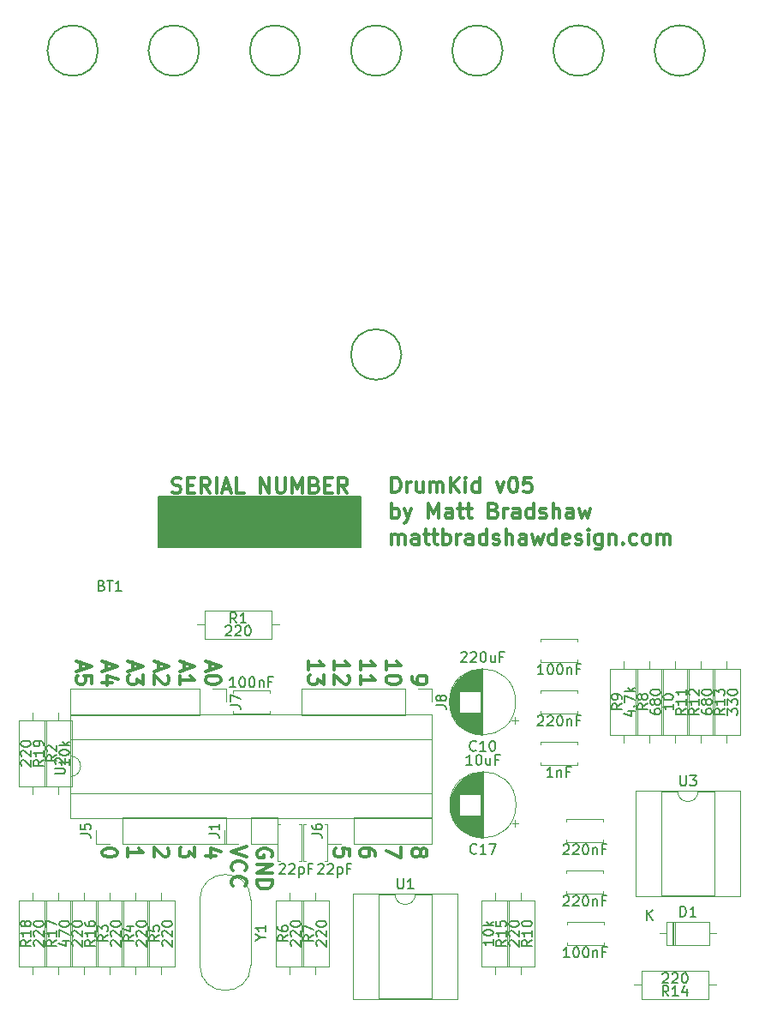
<source format=gbr>
G04 #@! TF.GenerationSoftware,KiCad,Pcbnew,(5.0.1)-3*
G04 #@! TF.CreationDate,2019-10-30T14:47:04+00:00*
G04 #@! TF.ProjectId,drumkid,6472756D6B69642E6B696361645F7063,rev?*
G04 #@! TF.SameCoordinates,Original*
G04 #@! TF.FileFunction,Legend,Top*
G04 #@! TF.FilePolarity,Positive*
%FSLAX46Y46*%
G04 Gerber Fmt 4.6, Leading zero omitted, Abs format (unit mm)*
G04 Created by KiCad (PCBNEW (5.0.1)-3) date 30/10/2019 14:47:04*
%MOMM*%
%LPD*%
G01*
G04 APERTURE LIST*
%ADD10C,0.300000*%
%ADD11C,0.150000*%
%ADD12C,0.200000*%
%ADD13C,0.120000*%
G04 APERTURE END LIST*
D10*
X101552142Y-93628571D02*
X101552142Y-92128571D01*
X101909285Y-92128571D01*
X102123571Y-92200000D01*
X102266428Y-92342857D01*
X102337857Y-92485714D01*
X102409285Y-92771428D01*
X102409285Y-92985714D01*
X102337857Y-93271428D01*
X102266428Y-93414285D01*
X102123571Y-93557142D01*
X101909285Y-93628571D01*
X101552142Y-93628571D01*
X103052142Y-93628571D02*
X103052142Y-92628571D01*
X103052142Y-92914285D02*
X103123571Y-92771428D01*
X103195000Y-92700000D01*
X103337857Y-92628571D01*
X103480714Y-92628571D01*
X104623571Y-92628571D02*
X104623571Y-93628571D01*
X103980714Y-92628571D02*
X103980714Y-93414285D01*
X104052142Y-93557142D01*
X104195000Y-93628571D01*
X104409285Y-93628571D01*
X104552142Y-93557142D01*
X104623571Y-93485714D01*
X105337857Y-93628571D02*
X105337857Y-92628571D01*
X105337857Y-92771428D02*
X105409285Y-92700000D01*
X105552142Y-92628571D01*
X105766428Y-92628571D01*
X105909285Y-92700000D01*
X105980714Y-92842857D01*
X105980714Y-93628571D01*
X105980714Y-92842857D02*
X106052142Y-92700000D01*
X106195000Y-92628571D01*
X106409285Y-92628571D01*
X106552142Y-92700000D01*
X106623571Y-92842857D01*
X106623571Y-93628571D01*
X107337857Y-93628571D02*
X107337857Y-92128571D01*
X108195000Y-93628571D02*
X107552142Y-92771428D01*
X108195000Y-92128571D02*
X107337857Y-92985714D01*
X108837857Y-93628571D02*
X108837857Y-92628571D01*
X108837857Y-92128571D02*
X108766428Y-92200000D01*
X108837857Y-92271428D01*
X108909285Y-92200000D01*
X108837857Y-92128571D01*
X108837857Y-92271428D01*
X110195000Y-93628571D02*
X110195000Y-92128571D01*
X110195000Y-93557142D02*
X110052142Y-93628571D01*
X109766428Y-93628571D01*
X109623571Y-93557142D01*
X109552142Y-93485714D01*
X109480714Y-93342857D01*
X109480714Y-92914285D01*
X109552142Y-92771428D01*
X109623571Y-92700000D01*
X109766428Y-92628571D01*
X110052142Y-92628571D01*
X110195000Y-92700000D01*
X111909285Y-92628571D02*
X112266428Y-93628571D01*
X112623571Y-92628571D01*
X113480714Y-92128571D02*
X113623571Y-92128571D01*
X113766428Y-92200000D01*
X113837857Y-92271428D01*
X113909285Y-92414285D01*
X113980714Y-92700000D01*
X113980714Y-93057142D01*
X113909285Y-93342857D01*
X113837857Y-93485714D01*
X113766428Y-93557142D01*
X113623571Y-93628571D01*
X113480714Y-93628571D01*
X113337857Y-93557142D01*
X113266428Y-93485714D01*
X113195000Y-93342857D01*
X113123571Y-93057142D01*
X113123571Y-92700000D01*
X113195000Y-92414285D01*
X113266428Y-92271428D01*
X113337857Y-92200000D01*
X113480714Y-92128571D01*
X115337857Y-92128571D02*
X114623571Y-92128571D01*
X114552142Y-92842857D01*
X114623571Y-92771428D01*
X114766428Y-92700000D01*
X115123571Y-92700000D01*
X115266428Y-92771428D01*
X115337857Y-92842857D01*
X115409285Y-92985714D01*
X115409285Y-93342857D01*
X115337857Y-93485714D01*
X115266428Y-93557142D01*
X115123571Y-93628571D01*
X114766428Y-93628571D01*
X114623571Y-93557142D01*
X114552142Y-93485714D01*
X101552142Y-96178571D02*
X101552142Y-94678571D01*
X101552142Y-95250000D02*
X101695000Y-95178571D01*
X101980714Y-95178571D01*
X102123571Y-95250000D01*
X102195000Y-95321428D01*
X102266428Y-95464285D01*
X102266428Y-95892857D01*
X102195000Y-96035714D01*
X102123571Y-96107142D01*
X101980714Y-96178571D01*
X101695000Y-96178571D01*
X101552142Y-96107142D01*
X102766428Y-95178571D02*
X103123571Y-96178571D01*
X103480714Y-95178571D02*
X103123571Y-96178571D01*
X102980714Y-96535714D01*
X102909285Y-96607142D01*
X102766428Y-96678571D01*
X105195000Y-96178571D02*
X105195000Y-94678571D01*
X105695000Y-95750000D01*
X106195000Y-94678571D01*
X106195000Y-96178571D01*
X107552142Y-96178571D02*
X107552142Y-95392857D01*
X107480714Y-95250000D01*
X107337857Y-95178571D01*
X107052142Y-95178571D01*
X106909285Y-95250000D01*
X107552142Y-96107142D02*
X107409285Y-96178571D01*
X107052142Y-96178571D01*
X106909285Y-96107142D01*
X106837857Y-95964285D01*
X106837857Y-95821428D01*
X106909285Y-95678571D01*
X107052142Y-95607142D01*
X107409285Y-95607142D01*
X107552142Y-95535714D01*
X108052142Y-95178571D02*
X108623571Y-95178571D01*
X108266428Y-94678571D02*
X108266428Y-95964285D01*
X108337857Y-96107142D01*
X108480714Y-96178571D01*
X108623571Y-96178571D01*
X108909285Y-95178571D02*
X109480714Y-95178571D01*
X109123571Y-94678571D02*
X109123571Y-95964285D01*
X109195000Y-96107142D01*
X109337857Y-96178571D01*
X109480714Y-96178571D01*
X111623571Y-95392857D02*
X111837857Y-95464285D01*
X111909285Y-95535714D01*
X111980714Y-95678571D01*
X111980714Y-95892857D01*
X111909285Y-96035714D01*
X111837857Y-96107142D01*
X111695000Y-96178571D01*
X111123571Y-96178571D01*
X111123571Y-94678571D01*
X111623571Y-94678571D01*
X111766428Y-94750000D01*
X111837857Y-94821428D01*
X111909285Y-94964285D01*
X111909285Y-95107142D01*
X111837857Y-95250000D01*
X111766428Y-95321428D01*
X111623571Y-95392857D01*
X111123571Y-95392857D01*
X112623571Y-96178571D02*
X112623571Y-95178571D01*
X112623571Y-95464285D02*
X112695000Y-95321428D01*
X112766428Y-95250000D01*
X112909285Y-95178571D01*
X113052142Y-95178571D01*
X114195000Y-96178571D02*
X114195000Y-95392857D01*
X114123571Y-95250000D01*
X113980714Y-95178571D01*
X113695000Y-95178571D01*
X113552142Y-95250000D01*
X114195000Y-96107142D02*
X114052142Y-96178571D01*
X113695000Y-96178571D01*
X113552142Y-96107142D01*
X113480714Y-95964285D01*
X113480714Y-95821428D01*
X113552142Y-95678571D01*
X113695000Y-95607142D01*
X114052142Y-95607142D01*
X114195000Y-95535714D01*
X115552142Y-96178571D02*
X115552142Y-94678571D01*
X115552142Y-96107142D02*
X115409285Y-96178571D01*
X115123571Y-96178571D01*
X114980714Y-96107142D01*
X114909285Y-96035714D01*
X114837857Y-95892857D01*
X114837857Y-95464285D01*
X114909285Y-95321428D01*
X114980714Y-95250000D01*
X115123571Y-95178571D01*
X115409285Y-95178571D01*
X115552142Y-95250000D01*
X116195000Y-96107142D02*
X116337857Y-96178571D01*
X116623571Y-96178571D01*
X116766428Y-96107142D01*
X116837857Y-95964285D01*
X116837857Y-95892857D01*
X116766428Y-95750000D01*
X116623571Y-95678571D01*
X116409285Y-95678571D01*
X116266428Y-95607142D01*
X116195000Y-95464285D01*
X116195000Y-95392857D01*
X116266428Y-95250000D01*
X116409285Y-95178571D01*
X116623571Y-95178571D01*
X116766428Y-95250000D01*
X117480714Y-96178571D02*
X117480714Y-94678571D01*
X118123571Y-96178571D02*
X118123571Y-95392857D01*
X118052142Y-95250000D01*
X117909285Y-95178571D01*
X117695000Y-95178571D01*
X117552142Y-95250000D01*
X117480714Y-95321428D01*
X119480714Y-96178571D02*
X119480714Y-95392857D01*
X119409285Y-95250000D01*
X119266428Y-95178571D01*
X118980714Y-95178571D01*
X118837857Y-95250000D01*
X119480714Y-96107142D02*
X119337857Y-96178571D01*
X118980714Y-96178571D01*
X118837857Y-96107142D01*
X118766428Y-95964285D01*
X118766428Y-95821428D01*
X118837857Y-95678571D01*
X118980714Y-95607142D01*
X119337857Y-95607142D01*
X119480714Y-95535714D01*
X120052142Y-95178571D02*
X120337857Y-96178571D01*
X120623571Y-95464285D01*
X120909285Y-96178571D01*
X121195000Y-95178571D01*
X101552142Y-98728571D02*
X101552142Y-97728571D01*
X101552142Y-97871428D02*
X101623571Y-97800000D01*
X101766428Y-97728571D01*
X101980714Y-97728571D01*
X102123571Y-97800000D01*
X102195000Y-97942857D01*
X102195000Y-98728571D01*
X102195000Y-97942857D02*
X102266428Y-97800000D01*
X102409285Y-97728571D01*
X102623571Y-97728571D01*
X102766428Y-97800000D01*
X102837857Y-97942857D01*
X102837857Y-98728571D01*
X104195000Y-98728571D02*
X104195000Y-97942857D01*
X104123571Y-97800000D01*
X103980714Y-97728571D01*
X103695000Y-97728571D01*
X103552142Y-97800000D01*
X104195000Y-98657142D02*
X104052142Y-98728571D01*
X103695000Y-98728571D01*
X103552142Y-98657142D01*
X103480714Y-98514285D01*
X103480714Y-98371428D01*
X103552142Y-98228571D01*
X103695000Y-98157142D01*
X104052142Y-98157142D01*
X104195000Y-98085714D01*
X104695000Y-97728571D02*
X105266428Y-97728571D01*
X104909285Y-97228571D02*
X104909285Y-98514285D01*
X104980714Y-98657142D01*
X105123571Y-98728571D01*
X105266428Y-98728571D01*
X105552142Y-97728571D02*
X106123571Y-97728571D01*
X105766428Y-97228571D02*
X105766428Y-98514285D01*
X105837857Y-98657142D01*
X105980714Y-98728571D01*
X106123571Y-98728571D01*
X106623571Y-98728571D02*
X106623571Y-97228571D01*
X106623571Y-97800000D02*
X106766428Y-97728571D01*
X107052142Y-97728571D01*
X107195000Y-97800000D01*
X107266428Y-97871428D01*
X107337857Y-98014285D01*
X107337857Y-98442857D01*
X107266428Y-98585714D01*
X107195000Y-98657142D01*
X107052142Y-98728571D01*
X106766428Y-98728571D01*
X106623571Y-98657142D01*
X107980714Y-98728571D02*
X107980714Y-97728571D01*
X107980714Y-98014285D02*
X108052142Y-97871428D01*
X108123571Y-97800000D01*
X108266428Y-97728571D01*
X108409285Y-97728571D01*
X109552142Y-98728571D02*
X109552142Y-97942857D01*
X109480714Y-97800000D01*
X109337857Y-97728571D01*
X109052142Y-97728571D01*
X108909285Y-97800000D01*
X109552142Y-98657142D02*
X109409285Y-98728571D01*
X109052142Y-98728571D01*
X108909285Y-98657142D01*
X108837857Y-98514285D01*
X108837857Y-98371428D01*
X108909285Y-98228571D01*
X109052142Y-98157142D01*
X109409285Y-98157142D01*
X109552142Y-98085714D01*
X110909285Y-98728571D02*
X110909285Y-97228571D01*
X110909285Y-98657142D02*
X110766428Y-98728571D01*
X110480714Y-98728571D01*
X110337857Y-98657142D01*
X110266428Y-98585714D01*
X110195000Y-98442857D01*
X110195000Y-98014285D01*
X110266428Y-97871428D01*
X110337857Y-97800000D01*
X110480714Y-97728571D01*
X110766428Y-97728571D01*
X110909285Y-97800000D01*
X111552142Y-98657142D02*
X111695000Y-98728571D01*
X111980714Y-98728571D01*
X112123571Y-98657142D01*
X112195000Y-98514285D01*
X112195000Y-98442857D01*
X112123571Y-98300000D01*
X111980714Y-98228571D01*
X111766428Y-98228571D01*
X111623571Y-98157142D01*
X111552142Y-98014285D01*
X111552142Y-97942857D01*
X111623571Y-97800000D01*
X111766428Y-97728571D01*
X111980714Y-97728571D01*
X112123571Y-97800000D01*
X112837857Y-98728571D02*
X112837857Y-97228571D01*
X113480714Y-98728571D02*
X113480714Y-97942857D01*
X113409285Y-97800000D01*
X113266428Y-97728571D01*
X113052142Y-97728571D01*
X112909285Y-97800000D01*
X112837857Y-97871428D01*
X114837857Y-98728571D02*
X114837857Y-97942857D01*
X114766428Y-97800000D01*
X114623571Y-97728571D01*
X114337857Y-97728571D01*
X114195000Y-97800000D01*
X114837857Y-98657142D02*
X114695000Y-98728571D01*
X114337857Y-98728571D01*
X114195000Y-98657142D01*
X114123571Y-98514285D01*
X114123571Y-98371428D01*
X114195000Y-98228571D01*
X114337857Y-98157142D01*
X114695000Y-98157142D01*
X114837857Y-98085714D01*
X115409285Y-97728571D02*
X115695000Y-98728571D01*
X115980714Y-98014285D01*
X116266428Y-98728571D01*
X116552142Y-97728571D01*
X117766428Y-98728571D02*
X117766428Y-97228571D01*
X117766428Y-98657142D02*
X117623571Y-98728571D01*
X117337857Y-98728571D01*
X117195000Y-98657142D01*
X117123571Y-98585714D01*
X117052142Y-98442857D01*
X117052142Y-98014285D01*
X117123571Y-97871428D01*
X117195000Y-97800000D01*
X117337857Y-97728571D01*
X117623571Y-97728571D01*
X117766428Y-97800000D01*
X119052142Y-98657142D02*
X118909285Y-98728571D01*
X118623571Y-98728571D01*
X118480714Y-98657142D01*
X118409285Y-98514285D01*
X118409285Y-97942857D01*
X118480714Y-97800000D01*
X118623571Y-97728571D01*
X118909285Y-97728571D01*
X119052142Y-97800000D01*
X119123571Y-97942857D01*
X119123571Y-98085714D01*
X118409285Y-98228571D01*
X119695000Y-98657142D02*
X119837857Y-98728571D01*
X120123571Y-98728571D01*
X120266428Y-98657142D01*
X120337857Y-98514285D01*
X120337857Y-98442857D01*
X120266428Y-98300000D01*
X120123571Y-98228571D01*
X119909285Y-98228571D01*
X119766428Y-98157142D01*
X119695000Y-98014285D01*
X119695000Y-97942857D01*
X119766428Y-97800000D01*
X119909285Y-97728571D01*
X120123571Y-97728571D01*
X120266428Y-97800000D01*
X120980714Y-98728571D02*
X120980714Y-97728571D01*
X120980714Y-97228571D02*
X120909285Y-97300000D01*
X120980714Y-97371428D01*
X121052142Y-97300000D01*
X120980714Y-97228571D01*
X120980714Y-97371428D01*
X122337857Y-97728571D02*
X122337857Y-98942857D01*
X122266428Y-99085714D01*
X122195000Y-99157142D01*
X122052142Y-99228571D01*
X121837857Y-99228571D01*
X121695000Y-99157142D01*
X122337857Y-98657142D02*
X122195000Y-98728571D01*
X121909285Y-98728571D01*
X121766428Y-98657142D01*
X121695000Y-98585714D01*
X121623571Y-98442857D01*
X121623571Y-98014285D01*
X121695000Y-97871428D01*
X121766428Y-97800000D01*
X121909285Y-97728571D01*
X122195000Y-97728571D01*
X122337857Y-97800000D01*
X123052142Y-97728571D02*
X123052142Y-98728571D01*
X123052142Y-97871428D02*
X123123571Y-97800000D01*
X123266428Y-97728571D01*
X123480714Y-97728571D01*
X123623571Y-97800000D01*
X123695000Y-97942857D01*
X123695000Y-98728571D01*
X124409285Y-98585714D02*
X124480714Y-98657142D01*
X124409285Y-98728571D01*
X124337857Y-98657142D01*
X124409285Y-98585714D01*
X124409285Y-98728571D01*
X125766428Y-98657142D02*
X125623571Y-98728571D01*
X125337857Y-98728571D01*
X125195000Y-98657142D01*
X125123571Y-98585714D01*
X125052142Y-98442857D01*
X125052142Y-98014285D01*
X125123571Y-97871428D01*
X125195000Y-97800000D01*
X125337857Y-97728571D01*
X125623571Y-97728571D01*
X125766428Y-97800000D01*
X126623571Y-98728571D02*
X126480714Y-98657142D01*
X126409285Y-98585714D01*
X126337857Y-98442857D01*
X126337857Y-98014285D01*
X126409285Y-97871428D01*
X126480714Y-97800000D01*
X126623571Y-97728571D01*
X126837857Y-97728571D01*
X126980714Y-97800000D01*
X127052142Y-97871428D01*
X127123571Y-98014285D01*
X127123571Y-98442857D01*
X127052142Y-98585714D01*
X126980714Y-98657142D01*
X126837857Y-98728571D01*
X126623571Y-98728571D01*
X127766428Y-98728571D02*
X127766428Y-97728571D01*
X127766428Y-97871428D02*
X127837857Y-97800000D01*
X127980714Y-97728571D01*
X128195000Y-97728571D01*
X128337857Y-97800000D01*
X128409285Y-97942857D01*
X128409285Y-98728571D01*
X128409285Y-97942857D02*
X128480714Y-97800000D01*
X128623571Y-97728571D01*
X128837857Y-97728571D01*
X128980714Y-97800000D01*
X129052142Y-97942857D01*
X129052142Y-98728571D01*
X104378571Y-129036428D02*
X104450000Y-128893571D01*
X104521428Y-128822142D01*
X104664285Y-128750714D01*
X104735714Y-128750714D01*
X104878571Y-128822142D01*
X104950000Y-128893571D01*
X105021428Y-129036428D01*
X105021428Y-129322142D01*
X104950000Y-129465000D01*
X104878571Y-129536428D01*
X104735714Y-129607857D01*
X104664285Y-129607857D01*
X104521428Y-129536428D01*
X104450000Y-129465000D01*
X104378571Y-129322142D01*
X104378571Y-129036428D01*
X104307142Y-128893571D01*
X104235714Y-128822142D01*
X104092857Y-128750714D01*
X103807142Y-128750714D01*
X103664285Y-128822142D01*
X103592857Y-128893571D01*
X103521428Y-129036428D01*
X103521428Y-129322142D01*
X103592857Y-129465000D01*
X103664285Y-129536428D01*
X103807142Y-129607857D01*
X104092857Y-129607857D01*
X104235714Y-129536428D01*
X104307142Y-129465000D01*
X104378571Y-129322142D01*
X102471428Y-128679285D02*
X102471428Y-129679285D01*
X100971428Y-129036428D01*
X99921428Y-129465000D02*
X99921428Y-129179285D01*
X99850000Y-129036428D01*
X99778571Y-128965000D01*
X99564285Y-128822142D01*
X99278571Y-128750714D01*
X98707142Y-128750714D01*
X98564285Y-128822142D01*
X98492857Y-128893571D01*
X98421428Y-129036428D01*
X98421428Y-129322142D01*
X98492857Y-129465000D01*
X98564285Y-129536428D01*
X98707142Y-129607857D01*
X99064285Y-129607857D01*
X99207142Y-129536428D01*
X99278571Y-129465000D01*
X99350000Y-129322142D01*
X99350000Y-129036428D01*
X99278571Y-128893571D01*
X99207142Y-128822142D01*
X99064285Y-128750714D01*
X97371428Y-129536428D02*
X97371428Y-128822142D01*
X96657142Y-128750714D01*
X96728571Y-128822142D01*
X96800000Y-128965000D01*
X96800000Y-129322142D01*
X96728571Y-129465000D01*
X96657142Y-129536428D01*
X96514285Y-129607857D01*
X96157142Y-129607857D01*
X96014285Y-129536428D01*
X95942857Y-129465000D01*
X95871428Y-129322142D01*
X95871428Y-128965000D01*
X95942857Y-128822142D01*
X96014285Y-128750714D01*
X89650000Y-129607857D02*
X89721428Y-129465000D01*
X89721428Y-129250714D01*
X89650000Y-129036428D01*
X89507142Y-128893571D01*
X89364285Y-128822142D01*
X89078571Y-128750714D01*
X88864285Y-128750714D01*
X88578571Y-128822142D01*
X88435714Y-128893571D01*
X88292857Y-129036428D01*
X88221428Y-129250714D01*
X88221428Y-129393571D01*
X88292857Y-129607857D01*
X88364285Y-129679285D01*
X88864285Y-129679285D01*
X88864285Y-129393571D01*
X88221428Y-130322142D02*
X89721428Y-130322142D01*
X88221428Y-131179285D01*
X89721428Y-131179285D01*
X88221428Y-131893571D02*
X89721428Y-131893571D01*
X89721428Y-132250714D01*
X89650000Y-132465000D01*
X89507142Y-132607857D01*
X89364285Y-132679285D01*
X89078571Y-132750714D01*
X88864285Y-132750714D01*
X88578571Y-132679285D01*
X88435714Y-132607857D01*
X88292857Y-132465000D01*
X88221428Y-132250714D01*
X88221428Y-131893571D01*
X87171428Y-128607857D02*
X85671428Y-129107857D01*
X87171428Y-129607857D01*
X85814285Y-130965000D02*
X85742857Y-130893571D01*
X85671428Y-130679285D01*
X85671428Y-130536428D01*
X85742857Y-130322142D01*
X85885714Y-130179285D01*
X86028571Y-130107857D01*
X86314285Y-130036428D01*
X86528571Y-130036428D01*
X86814285Y-130107857D01*
X86957142Y-130179285D01*
X87100000Y-130322142D01*
X87171428Y-130536428D01*
X87171428Y-130679285D01*
X87100000Y-130893571D01*
X87028571Y-130965000D01*
X85814285Y-132465000D02*
X85742857Y-132393571D01*
X85671428Y-132179285D01*
X85671428Y-132036428D01*
X85742857Y-131822142D01*
X85885714Y-131679285D01*
X86028571Y-131607857D01*
X86314285Y-131536428D01*
X86528571Y-131536428D01*
X86814285Y-131607857D01*
X86957142Y-131679285D01*
X87100000Y-131822142D01*
X87171428Y-132036428D01*
X87171428Y-132179285D01*
X87100000Y-132393571D01*
X87028571Y-132465000D01*
X84121428Y-129465000D02*
X83121428Y-129465000D01*
X84692857Y-129107857D02*
X83621428Y-128750714D01*
X83621428Y-129679285D01*
X82071428Y-128679285D02*
X82071428Y-129607857D01*
X81500000Y-129107857D01*
X81500000Y-129322142D01*
X81428571Y-129465000D01*
X81357142Y-129536428D01*
X81214285Y-129607857D01*
X80857142Y-129607857D01*
X80714285Y-129536428D01*
X80642857Y-129465000D01*
X80571428Y-129322142D01*
X80571428Y-128893571D01*
X80642857Y-128750714D01*
X80714285Y-128679285D01*
X79378571Y-128750714D02*
X79450000Y-128822142D01*
X79521428Y-128965000D01*
X79521428Y-129322142D01*
X79450000Y-129465000D01*
X79378571Y-129536428D01*
X79235714Y-129607857D01*
X79092857Y-129607857D01*
X78878571Y-129536428D01*
X78021428Y-128679285D01*
X78021428Y-129607857D01*
X75471428Y-129607857D02*
X75471428Y-128750714D01*
X75471428Y-129179285D02*
X76971428Y-129179285D01*
X76757142Y-129036428D01*
X76614285Y-128893571D01*
X76542857Y-128750714D01*
X74421428Y-129107857D02*
X74421428Y-129250714D01*
X74350000Y-129393571D01*
X74278571Y-129465000D01*
X74135714Y-129536428D01*
X73850000Y-129607857D01*
X73492857Y-129607857D01*
X73207142Y-129536428D01*
X73064285Y-129465000D01*
X72992857Y-129393571D01*
X72921428Y-129250714D01*
X72921428Y-129107857D01*
X72992857Y-128965000D01*
X73064285Y-128893571D01*
X73207142Y-128822142D01*
X73492857Y-128750714D01*
X73850000Y-128750714D01*
X74135714Y-128822142D01*
X74278571Y-128893571D01*
X74350000Y-128965000D01*
X74421428Y-129107857D01*
X103526428Y-111835000D02*
X103526428Y-112120714D01*
X103597857Y-112263571D01*
X103669285Y-112335000D01*
X103883571Y-112477857D01*
X104169285Y-112549285D01*
X104740714Y-112549285D01*
X104883571Y-112477857D01*
X104955000Y-112406428D01*
X105026428Y-112263571D01*
X105026428Y-111977857D01*
X104955000Y-111835000D01*
X104883571Y-111763571D01*
X104740714Y-111692142D01*
X104383571Y-111692142D01*
X104240714Y-111763571D01*
X104169285Y-111835000D01*
X104097857Y-111977857D01*
X104097857Y-112263571D01*
X104169285Y-112406428D01*
X104240714Y-112477857D01*
X104383571Y-112549285D01*
X100976428Y-111120714D02*
X100976428Y-110263571D01*
X100976428Y-110692142D02*
X102476428Y-110692142D01*
X102262142Y-110549285D01*
X102119285Y-110406428D01*
X102047857Y-110263571D01*
X102476428Y-112049285D02*
X102476428Y-112192142D01*
X102405000Y-112335000D01*
X102333571Y-112406428D01*
X102190714Y-112477857D01*
X101905000Y-112549285D01*
X101547857Y-112549285D01*
X101262142Y-112477857D01*
X101119285Y-112406428D01*
X101047857Y-112335000D01*
X100976428Y-112192142D01*
X100976428Y-112049285D01*
X101047857Y-111906428D01*
X101119285Y-111835000D01*
X101262142Y-111763571D01*
X101547857Y-111692142D01*
X101905000Y-111692142D01*
X102190714Y-111763571D01*
X102333571Y-111835000D01*
X102405000Y-111906428D01*
X102476428Y-112049285D01*
X98426428Y-111120714D02*
X98426428Y-110263571D01*
X98426428Y-110692142D02*
X99926428Y-110692142D01*
X99712142Y-110549285D01*
X99569285Y-110406428D01*
X99497857Y-110263571D01*
X98426428Y-112549285D02*
X98426428Y-111692142D01*
X98426428Y-112120714D02*
X99926428Y-112120714D01*
X99712142Y-111977857D01*
X99569285Y-111835000D01*
X99497857Y-111692142D01*
X95876428Y-111120714D02*
X95876428Y-110263571D01*
X95876428Y-110692142D02*
X97376428Y-110692142D01*
X97162142Y-110549285D01*
X97019285Y-110406428D01*
X96947857Y-110263571D01*
X97233571Y-111692142D02*
X97305000Y-111763571D01*
X97376428Y-111906428D01*
X97376428Y-112263571D01*
X97305000Y-112406428D01*
X97233571Y-112477857D01*
X97090714Y-112549285D01*
X96947857Y-112549285D01*
X96733571Y-112477857D01*
X95876428Y-111620714D01*
X95876428Y-112549285D01*
X93326428Y-111120714D02*
X93326428Y-110263571D01*
X93326428Y-110692142D02*
X94826428Y-110692142D01*
X94612142Y-110549285D01*
X94469285Y-110406428D01*
X94397857Y-110263571D01*
X94826428Y-111620714D02*
X94826428Y-112549285D01*
X94255000Y-112049285D01*
X94255000Y-112263571D01*
X94183571Y-112406428D01*
X94112142Y-112477857D01*
X93969285Y-112549285D01*
X93612142Y-112549285D01*
X93469285Y-112477857D01*
X93397857Y-112406428D01*
X93326428Y-112263571D01*
X93326428Y-111835000D01*
X93397857Y-111692142D01*
X93469285Y-111620714D01*
X83555000Y-110406428D02*
X83555000Y-111120714D01*
X83126428Y-110263571D02*
X84626428Y-110763571D01*
X83126428Y-111263571D01*
X84626428Y-112049285D02*
X84626428Y-112192142D01*
X84555000Y-112335000D01*
X84483571Y-112406428D01*
X84340714Y-112477857D01*
X84055000Y-112549285D01*
X83697857Y-112549285D01*
X83412142Y-112477857D01*
X83269285Y-112406428D01*
X83197857Y-112335000D01*
X83126428Y-112192142D01*
X83126428Y-112049285D01*
X83197857Y-111906428D01*
X83269285Y-111835000D01*
X83412142Y-111763571D01*
X83697857Y-111692142D01*
X84055000Y-111692142D01*
X84340714Y-111763571D01*
X84483571Y-111835000D01*
X84555000Y-111906428D01*
X84626428Y-112049285D01*
X81005000Y-110406428D02*
X81005000Y-111120714D01*
X80576428Y-110263571D02*
X82076428Y-110763571D01*
X80576428Y-111263571D01*
X80576428Y-112549285D02*
X80576428Y-111692142D01*
X80576428Y-112120714D02*
X82076428Y-112120714D01*
X81862142Y-111977857D01*
X81719285Y-111835000D01*
X81647857Y-111692142D01*
X78455000Y-110406428D02*
X78455000Y-111120714D01*
X78026428Y-110263571D02*
X79526428Y-110763571D01*
X78026428Y-111263571D01*
X79383571Y-111692142D02*
X79455000Y-111763571D01*
X79526428Y-111906428D01*
X79526428Y-112263571D01*
X79455000Y-112406428D01*
X79383571Y-112477857D01*
X79240714Y-112549285D01*
X79097857Y-112549285D01*
X78883571Y-112477857D01*
X78026428Y-111620714D01*
X78026428Y-112549285D01*
X75905000Y-110406428D02*
X75905000Y-111120714D01*
X75476428Y-110263571D02*
X76976428Y-110763571D01*
X75476428Y-111263571D01*
X76976428Y-111620714D02*
X76976428Y-112549285D01*
X76405000Y-112049285D01*
X76405000Y-112263571D01*
X76333571Y-112406428D01*
X76262142Y-112477857D01*
X76119285Y-112549285D01*
X75762142Y-112549285D01*
X75619285Y-112477857D01*
X75547857Y-112406428D01*
X75476428Y-112263571D01*
X75476428Y-111835000D01*
X75547857Y-111692142D01*
X75619285Y-111620714D01*
X73355000Y-110406428D02*
X73355000Y-111120714D01*
X72926428Y-110263571D02*
X74426428Y-110763571D01*
X72926428Y-111263571D01*
X73926428Y-112406428D02*
X72926428Y-112406428D01*
X74497857Y-112049285D02*
X73426428Y-111692142D01*
X73426428Y-112620714D01*
X70805000Y-110406428D02*
X70805000Y-111120714D01*
X70376428Y-110263571D02*
X71876428Y-110763571D01*
X70376428Y-111263571D01*
X71876428Y-112477857D02*
X71876428Y-111763571D01*
X71162142Y-111692142D01*
X71233571Y-111763571D01*
X71305000Y-111906428D01*
X71305000Y-112263571D01*
X71233571Y-112406428D01*
X71162142Y-112477857D01*
X71019285Y-112549285D01*
X70662142Y-112549285D01*
X70519285Y-112477857D01*
X70447857Y-112406428D01*
X70376428Y-112263571D01*
X70376428Y-111906428D01*
X70447857Y-111763571D01*
X70519285Y-111692142D01*
X79857142Y-93607142D02*
X80071428Y-93678571D01*
X80428571Y-93678571D01*
X80571428Y-93607142D01*
X80642857Y-93535714D01*
X80714285Y-93392857D01*
X80714285Y-93250000D01*
X80642857Y-93107142D01*
X80571428Y-93035714D01*
X80428571Y-92964285D01*
X80142857Y-92892857D01*
X80000000Y-92821428D01*
X79928571Y-92750000D01*
X79857142Y-92607142D01*
X79857142Y-92464285D01*
X79928571Y-92321428D01*
X80000000Y-92250000D01*
X80142857Y-92178571D01*
X80500000Y-92178571D01*
X80714285Y-92250000D01*
X81357142Y-92892857D02*
X81857142Y-92892857D01*
X82071428Y-93678571D02*
X81357142Y-93678571D01*
X81357142Y-92178571D01*
X82071428Y-92178571D01*
X83571428Y-93678571D02*
X83071428Y-92964285D01*
X82714285Y-93678571D02*
X82714285Y-92178571D01*
X83285714Y-92178571D01*
X83428571Y-92250000D01*
X83500000Y-92321428D01*
X83571428Y-92464285D01*
X83571428Y-92678571D01*
X83500000Y-92821428D01*
X83428571Y-92892857D01*
X83285714Y-92964285D01*
X82714285Y-92964285D01*
X84214285Y-93678571D02*
X84214285Y-92178571D01*
X84857142Y-93250000D02*
X85571428Y-93250000D01*
X84714285Y-93678571D02*
X85214285Y-92178571D01*
X85714285Y-93678571D01*
X86928571Y-93678571D02*
X86214285Y-93678571D01*
X86214285Y-92178571D01*
X88571428Y-93678571D02*
X88571428Y-92178571D01*
X89428571Y-93678571D01*
X89428571Y-92178571D01*
X90142857Y-92178571D02*
X90142857Y-93392857D01*
X90214285Y-93535714D01*
X90285714Y-93607142D01*
X90428571Y-93678571D01*
X90714285Y-93678571D01*
X90857142Y-93607142D01*
X90928571Y-93535714D01*
X91000000Y-93392857D01*
X91000000Y-92178571D01*
X91714285Y-93678571D02*
X91714285Y-92178571D01*
X92214285Y-93250000D01*
X92714285Y-92178571D01*
X92714285Y-93678571D01*
X93928571Y-92892857D02*
X94142857Y-92964285D01*
X94214285Y-93035714D01*
X94285714Y-93178571D01*
X94285714Y-93392857D01*
X94214285Y-93535714D01*
X94142857Y-93607142D01*
X94000000Y-93678571D01*
X93428571Y-93678571D01*
X93428571Y-92178571D01*
X93928571Y-92178571D01*
X94071428Y-92250000D01*
X94142857Y-92321428D01*
X94214285Y-92464285D01*
X94214285Y-92607142D01*
X94142857Y-92750000D01*
X94071428Y-92821428D01*
X93928571Y-92892857D01*
X93428571Y-92892857D01*
X94928571Y-92892857D02*
X95428571Y-92892857D01*
X95642857Y-93678571D02*
X94928571Y-93678571D01*
X94928571Y-92178571D01*
X95642857Y-92178571D01*
X97142857Y-93678571D02*
X96642857Y-92964285D01*
X96285714Y-93678571D02*
X96285714Y-92178571D01*
X96857142Y-92178571D01*
X97000000Y-92250000D01*
X97071428Y-92321428D01*
X97142857Y-92464285D01*
X97142857Y-92678571D01*
X97071428Y-92821428D01*
X97000000Y-92892857D01*
X96857142Y-92964285D01*
X96285714Y-92964285D01*
D11*
G36*
X78500000Y-99000000D02*
X98500000Y-99000000D01*
X98500000Y-94000000D01*
X78500000Y-94000000D01*
X78500000Y-99000000D01*
G37*
X78500000Y-99000000D02*
X98500000Y-99000000D01*
X98500000Y-94000000D01*
X78500000Y-94000000D01*
X78500000Y-99000000D01*
D12*
X132500000Y-50000000D02*
G75*
G03X132500000Y-50000000I-2500000J0D01*
G01*
X122500000Y-50000000D02*
G75*
G03X122500000Y-50000000I-2500000J0D01*
G01*
X112500000Y-50000000D02*
G75*
G03X112500000Y-50000000I-2500000J0D01*
G01*
X72500000Y-50000000D02*
G75*
G03X72500000Y-50000000I-2500000J0D01*
G01*
X82500000Y-50000000D02*
G75*
G03X82500000Y-50000000I-2500000J0D01*
G01*
X92500000Y-50000000D02*
G75*
G03X92500000Y-50000000I-2500000J0D01*
G01*
X102500000Y-50000000D02*
G75*
G03X102500000Y-50000000I-2500000J0D01*
G01*
X102500000Y-80000000D02*
G75*
G03X102500000Y-80000000I-2500000J0D01*
G01*
D13*
G04 #@! TO.C,C10*
X113695241Y-116454000D02*
X113695241Y-115824000D01*
X114010241Y-116139000D02*
X113380241Y-116139000D01*
X107269000Y-114702000D02*
X107269000Y-113898000D01*
X107309000Y-114933000D02*
X107309000Y-113667000D01*
X107349000Y-115102000D02*
X107349000Y-113498000D01*
X107389000Y-115240000D02*
X107389000Y-113360000D01*
X107429000Y-115359000D02*
X107429000Y-113241000D01*
X107469000Y-115465000D02*
X107469000Y-113135000D01*
X107509000Y-115562000D02*
X107509000Y-113038000D01*
X107549000Y-115650000D02*
X107549000Y-112950000D01*
X107589000Y-115732000D02*
X107589000Y-112868000D01*
X107629000Y-115809000D02*
X107629000Y-112791000D01*
X107669000Y-115881000D02*
X107669000Y-112719000D01*
X107709000Y-115950000D02*
X107709000Y-112650000D01*
X107749000Y-116014000D02*
X107749000Y-112586000D01*
X107789000Y-116076000D02*
X107789000Y-112524000D01*
X107829000Y-116134000D02*
X107829000Y-112466000D01*
X107869000Y-116190000D02*
X107869000Y-112410000D01*
X107909000Y-116244000D02*
X107909000Y-112356000D01*
X107949000Y-116295000D02*
X107949000Y-112305000D01*
X107989000Y-116344000D02*
X107989000Y-112256000D01*
X108029000Y-116392000D02*
X108029000Y-112208000D01*
X108069000Y-116437000D02*
X108069000Y-112163000D01*
X108109000Y-116482000D02*
X108109000Y-112118000D01*
X108149000Y-116524000D02*
X108149000Y-112076000D01*
X108189000Y-116565000D02*
X108189000Y-112035000D01*
X108229000Y-113260000D02*
X108229000Y-111995000D01*
X108229000Y-116605000D02*
X108229000Y-115340000D01*
X108269000Y-113260000D02*
X108269000Y-111957000D01*
X108269000Y-116643000D02*
X108269000Y-115340000D01*
X108309000Y-113260000D02*
X108309000Y-111920000D01*
X108309000Y-116680000D02*
X108309000Y-115340000D01*
X108349000Y-113260000D02*
X108349000Y-111884000D01*
X108349000Y-116716000D02*
X108349000Y-115340000D01*
X108389000Y-113260000D02*
X108389000Y-111850000D01*
X108389000Y-116750000D02*
X108389000Y-115340000D01*
X108429000Y-113260000D02*
X108429000Y-111816000D01*
X108429000Y-116784000D02*
X108429000Y-115340000D01*
X108469000Y-113260000D02*
X108469000Y-111784000D01*
X108469000Y-116816000D02*
X108469000Y-115340000D01*
X108509000Y-113260000D02*
X108509000Y-111752000D01*
X108509000Y-116848000D02*
X108509000Y-115340000D01*
X108549000Y-113260000D02*
X108549000Y-111722000D01*
X108549000Y-116878000D02*
X108549000Y-115340000D01*
X108589000Y-113260000D02*
X108589000Y-111693000D01*
X108589000Y-116907000D02*
X108589000Y-115340000D01*
X108629000Y-113260000D02*
X108629000Y-111664000D01*
X108629000Y-116936000D02*
X108629000Y-115340000D01*
X108669000Y-113260000D02*
X108669000Y-111636000D01*
X108669000Y-116964000D02*
X108669000Y-115340000D01*
X108709000Y-113260000D02*
X108709000Y-111610000D01*
X108709000Y-116990000D02*
X108709000Y-115340000D01*
X108749000Y-113260000D02*
X108749000Y-111584000D01*
X108749000Y-117016000D02*
X108749000Y-115340000D01*
X108789000Y-113260000D02*
X108789000Y-111558000D01*
X108789000Y-117042000D02*
X108789000Y-115340000D01*
X108829000Y-113260000D02*
X108829000Y-111534000D01*
X108829000Y-117066000D02*
X108829000Y-115340000D01*
X108869000Y-113260000D02*
X108869000Y-111510000D01*
X108869000Y-117090000D02*
X108869000Y-115340000D01*
X108909000Y-113260000D02*
X108909000Y-111488000D01*
X108909000Y-117112000D02*
X108909000Y-115340000D01*
X108949000Y-113260000D02*
X108949000Y-111466000D01*
X108949000Y-117134000D02*
X108949000Y-115340000D01*
X108989000Y-113260000D02*
X108989000Y-111444000D01*
X108989000Y-117156000D02*
X108989000Y-115340000D01*
X109029000Y-113260000D02*
X109029000Y-111424000D01*
X109029000Y-117176000D02*
X109029000Y-115340000D01*
X109069000Y-113260000D02*
X109069000Y-111404000D01*
X109069000Y-117196000D02*
X109069000Y-115340000D01*
X109109000Y-113260000D02*
X109109000Y-111384000D01*
X109109000Y-117216000D02*
X109109000Y-115340000D01*
X109149000Y-113260000D02*
X109149000Y-111366000D01*
X109149000Y-117234000D02*
X109149000Y-115340000D01*
X109189000Y-113260000D02*
X109189000Y-111348000D01*
X109189000Y-117252000D02*
X109189000Y-115340000D01*
X109229000Y-113260000D02*
X109229000Y-111330000D01*
X109229000Y-117270000D02*
X109229000Y-115340000D01*
X109269000Y-113260000D02*
X109269000Y-111314000D01*
X109269000Y-117286000D02*
X109269000Y-115340000D01*
X109309000Y-113260000D02*
X109309000Y-111298000D01*
X109309000Y-117302000D02*
X109309000Y-115340000D01*
X109349000Y-113260000D02*
X109349000Y-111282000D01*
X109349000Y-117318000D02*
X109349000Y-115340000D01*
X109389000Y-113260000D02*
X109389000Y-111267000D01*
X109389000Y-117333000D02*
X109389000Y-115340000D01*
X109429000Y-113260000D02*
X109429000Y-111253000D01*
X109429000Y-117347000D02*
X109429000Y-115340000D01*
X109469000Y-113260000D02*
X109469000Y-111239000D01*
X109469000Y-117361000D02*
X109469000Y-115340000D01*
X109509000Y-113260000D02*
X109509000Y-111226000D01*
X109509000Y-117374000D02*
X109509000Y-115340000D01*
X109549000Y-113260000D02*
X109549000Y-111214000D01*
X109549000Y-117386000D02*
X109549000Y-115340000D01*
X109589000Y-113260000D02*
X109589000Y-111202000D01*
X109589000Y-117398000D02*
X109589000Y-115340000D01*
X109629000Y-113260000D02*
X109629000Y-111190000D01*
X109629000Y-117410000D02*
X109629000Y-115340000D01*
X109669000Y-113260000D02*
X109669000Y-111179000D01*
X109669000Y-117421000D02*
X109669000Y-115340000D01*
X109709000Y-113260000D02*
X109709000Y-111169000D01*
X109709000Y-117431000D02*
X109709000Y-115340000D01*
X109749000Y-113260000D02*
X109749000Y-111159000D01*
X109749000Y-117441000D02*
X109749000Y-115340000D01*
X109789000Y-113260000D02*
X109789000Y-111150000D01*
X109789000Y-117450000D02*
X109789000Y-115340000D01*
X109830000Y-113260000D02*
X109830000Y-111141000D01*
X109830000Y-117459000D02*
X109830000Y-115340000D01*
X109870000Y-113260000D02*
X109870000Y-111133000D01*
X109870000Y-117467000D02*
X109870000Y-115340000D01*
X109910000Y-113260000D02*
X109910000Y-111125000D01*
X109910000Y-117475000D02*
X109910000Y-115340000D01*
X109950000Y-113260000D02*
X109950000Y-111118000D01*
X109950000Y-117482000D02*
X109950000Y-115340000D01*
X109990000Y-113260000D02*
X109990000Y-111111000D01*
X109990000Y-117489000D02*
X109990000Y-115340000D01*
X110030000Y-113260000D02*
X110030000Y-111105000D01*
X110030000Y-117495000D02*
X110030000Y-115340000D01*
X110070000Y-113260000D02*
X110070000Y-111099000D01*
X110070000Y-117501000D02*
X110070000Y-115340000D01*
X110110000Y-113260000D02*
X110110000Y-111094000D01*
X110110000Y-117506000D02*
X110110000Y-115340000D01*
X110150000Y-113260000D02*
X110150000Y-111089000D01*
X110150000Y-117511000D02*
X110150000Y-115340000D01*
X110190000Y-113260000D02*
X110190000Y-111085000D01*
X110190000Y-117515000D02*
X110190000Y-115340000D01*
X110230000Y-113260000D02*
X110230000Y-111082000D01*
X110230000Y-117518000D02*
X110230000Y-115340000D01*
X110270000Y-113260000D02*
X110270000Y-111078000D01*
X110270000Y-117522000D02*
X110270000Y-115340000D01*
X110310000Y-117524000D02*
X110310000Y-111076000D01*
X110350000Y-117527000D02*
X110350000Y-111073000D01*
X110390000Y-117528000D02*
X110390000Y-111072000D01*
X110430000Y-117530000D02*
X110430000Y-111070000D01*
X110470000Y-117530000D02*
X110470000Y-111070000D01*
X110510000Y-117530000D02*
X110510000Y-111070000D01*
X113780000Y-114300000D02*
G75*
G03X113780000Y-114300000I-3270000J0D01*
G01*
G04 #@! TO.C,C17*
X113820000Y-124460000D02*
G75*
G03X113820000Y-124460000I-3270000J0D01*
G01*
X110550000Y-127690000D02*
X110550000Y-121230000D01*
X110510000Y-127690000D02*
X110510000Y-121230000D01*
X110470000Y-127690000D02*
X110470000Y-121230000D01*
X110430000Y-127688000D02*
X110430000Y-121232000D01*
X110390000Y-127687000D02*
X110390000Y-121233000D01*
X110350000Y-127684000D02*
X110350000Y-121236000D01*
X110310000Y-127682000D02*
X110310000Y-125500000D01*
X110310000Y-123420000D02*
X110310000Y-121238000D01*
X110270000Y-127678000D02*
X110270000Y-125500000D01*
X110270000Y-123420000D02*
X110270000Y-121242000D01*
X110230000Y-127675000D02*
X110230000Y-125500000D01*
X110230000Y-123420000D02*
X110230000Y-121245000D01*
X110190000Y-127671000D02*
X110190000Y-125500000D01*
X110190000Y-123420000D02*
X110190000Y-121249000D01*
X110150000Y-127666000D02*
X110150000Y-125500000D01*
X110150000Y-123420000D02*
X110150000Y-121254000D01*
X110110000Y-127661000D02*
X110110000Y-125500000D01*
X110110000Y-123420000D02*
X110110000Y-121259000D01*
X110070000Y-127655000D02*
X110070000Y-125500000D01*
X110070000Y-123420000D02*
X110070000Y-121265000D01*
X110030000Y-127649000D02*
X110030000Y-125500000D01*
X110030000Y-123420000D02*
X110030000Y-121271000D01*
X109990000Y-127642000D02*
X109990000Y-125500000D01*
X109990000Y-123420000D02*
X109990000Y-121278000D01*
X109950000Y-127635000D02*
X109950000Y-125500000D01*
X109950000Y-123420000D02*
X109950000Y-121285000D01*
X109910000Y-127627000D02*
X109910000Y-125500000D01*
X109910000Y-123420000D02*
X109910000Y-121293000D01*
X109870000Y-127619000D02*
X109870000Y-125500000D01*
X109870000Y-123420000D02*
X109870000Y-121301000D01*
X109829000Y-127610000D02*
X109829000Y-125500000D01*
X109829000Y-123420000D02*
X109829000Y-121310000D01*
X109789000Y-127601000D02*
X109789000Y-125500000D01*
X109789000Y-123420000D02*
X109789000Y-121319000D01*
X109749000Y-127591000D02*
X109749000Y-125500000D01*
X109749000Y-123420000D02*
X109749000Y-121329000D01*
X109709000Y-127581000D02*
X109709000Y-125500000D01*
X109709000Y-123420000D02*
X109709000Y-121339000D01*
X109669000Y-127570000D02*
X109669000Y-125500000D01*
X109669000Y-123420000D02*
X109669000Y-121350000D01*
X109629000Y-127558000D02*
X109629000Y-125500000D01*
X109629000Y-123420000D02*
X109629000Y-121362000D01*
X109589000Y-127546000D02*
X109589000Y-125500000D01*
X109589000Y-123420000D02*
X109589000Y-121374000D01*
X109549000Y-127534000D02*
X109549000Y-125500000D01*
X109549000Y-123420000D02*
X109549000Y-121386000D01*
X109509000Y-127521000D02*
X109509000Y-125500000D01*
X109509000Y-123420000D02*
X109509000Y-121399000D01*
X109469000Y-127507000D02*
X109469000Y-125500000D01*
X109469000Y-123420000D02*
X109469000Y-121413000D01*
X109429000Y-127493000D02*
X109429000Y-125500000D01*
X109429000Y-123420000D02*
X109429000Y-121427000D01*
X109389000Y-127478000D02*
X109389000Y-125500000D01*
X109389000Y-123420000D02*
X109389000Y-121442000D01*
X109349000Y-127462000D02*
X109349000Y-125500000D01*
X109349000Y-123420000D02*
X109349000Y-121458000D01*
X109309000Y-127446000D02*
X109309000Y-125500000D01*
X109309000Y-123420000D02*
X109309000Y-121474000D01*
X109269000Y-127430000D02*
X109269000Y-125500000D01*
X109269000Y-123420000D02*
X109269000Y-121490000D01*
X109229000Y-127412000D02*
X109229000Y-125500000D01*
X109229000Y-123420000D02*
X109229000Y-121508000D01*
X109189000Y-127394000D02*
X109189000Y-125500000D01*
X109189000Y-123420000D02*
X109189000Y-121526000D01*
X109149000Y-127376000D02*
X109149000Y-125500000D01*
X109149000Y-123420000D02*
X109149000Y-121544000D01*
X109109000Y-127356000D02*
X109109000Y-125500000D01*
X109109000Y-123420000D02*
X109109000Y-121564000D01*
X109069000Y-127336000D02*
X109069000Y-125500000D01*
X109069000Y-123420000D02*
X109069000Y-121584000D01*
X109029000Y-127316000D02*
X109029000Y-125500000D01*
X109029000Y-123420000D02*
X109029000Y-121604000D01*
X108989000Y-127294000D02*
X108989000Y-125500000D01*
X108989000Y-123420000D02*
X108989000Y-121626000D01*
X108949000Y-127272000D02*
X108949000Y-125500000D01*
X108949000Y-123420000D02*
X108949000Y-121648000D01*
X108909000Y-127250000D02*
X108909000Y-125500000D01*
X108909000Y-123420000D02*
X108909000Y-121670000D01*
X108869000Y-127226000D02*
X108869000Y-125500000D01*
X108869000Y-123420000D02*
X108869000Y-121694000D01*
X108829000Y-127202000D02*
X108829000Y-125500000D01*
X108829000Y-123420000D02*
X108829000Y-121718000D01*
X108789000Y-127176000D02*
X108789000Y-125500000D01*
X108789000Y-123420000D02*
X108789000Y-121744000D01*
X108749000Y-127150000D02*
X108749000Y-125500000D01*
X108749000Y-123420000D02*
X108749000Y-121770000D01*
X108709000Y-127124000D02*
X108709000Y-125500000D01*
X108709000Y-123420000D02*
X108709000Y-121796000D01*
X108669000Y-127096000D02*
X108669000Y-125500000D01*
X108669000Y-123420000D02*
X108669000Y-121824000D01*
X108629000Y-127067000D02*
X108629000Y-125500000D01*
X108629000Y-123420000D02*
X108629000Y-121853000D01*
X108589000Y-127038000D02*
X108589000Y-125500000D01*
X108589000Y-123420000D02*
X108589000Y-121882000D01*
X108549000Y-127008000D02*
X108549000Y-125500000D01*
X108549000Y-123420000D02*
X108549000Y-121912000D01*
X108509000Y-126976000D02*
X108509000Y-125500000D01*
X108509000Y-123420000D02*
X108509000Y-121944000D01*
X108469000Y-126944000D02*
X108469000Y-125500000D01*
X108469000Y-123420000D02*
X108469000Y-121976000D01*
X108429000Y-126910000D02*
X108429000Y-125500000D01*
X108429000Y-123420000D02*
X108429000Y-122010000D01*
X108389000Y-126876000D02*
X108389000Y-125500000D01*
X108389000Y-123420000D02*
X108389000Y-122044000D01*
X108349000Y-126840000D02*
X108349000Y-125500000D01*
X108349000Y-123420000D02*
X108349000Y-122080000D01*
X108309000Y-126803000D02*
X108309000Y-125500000D01*
X108309000Y-123420000D02*
X108309000Y-122117000D01*
X108269000Y-126765000D02*
X108269000Y-125500000D01*
X108269000Y-123420000D02*
X108269000Y-122155000D01*
X108229000Y-126725000D02*
X108229000Y-122195000D01*
X108189000Y-126684000D02*
X108189000Y-122236000D01*
X108149000Y-126642000D02*
X108149000Y-122278000D01*
X108109000Y-126597000D02*
X108109000Y-122323000D01*
X108069000Y-126552000D02*
X108069000Y-122368000D01*
X108029000Y-126504000D02*
X108029000Y-122416000D01*
X107989000Y-126455000D02*
X107989000Y-122465000D01*
X107949000Y-126404000D02*
X107949000Y-122516000D01*
X107909000Y-126350000D02*
X107909000Y-122570000D01*
X107869000Y-126294000D02*
X107869000Y-122626000D01*
X107829000Y-126236000D02*
X107829000Y-122684000D01*
X107789000Y-126174000D02*
X107789000Y-122746000D01*
X107749000Y-126110000D02*
X107749000Y-122810000D01*
X107709000Y-126041000D02*
X107709000Y-122879000D01*
X107669000Y-125969000D02*
X107669000Y-122951000D01*
X107629000Y-125892000D02*
X107629000Y-123028000D01*
X107589000Y-125810000D02*
X107589000Y-123110000D01*
X107549000Y-125722000D02*
X107549000Y-123198000D01*
X107509000Y-125625000D02*
X107509000Y-123295000D01*
X107469000Y-125519000D02*
X107469000Y-123401000D01*
X107429000Y-125400000D02*
X107429000Y-123520000D01*
X107389000Y-125262000D02*
X107389000Y-123658000D01*
X107349000Y-125093000D02*
X107349000Y-123827000D01*
X107309000Y-124862000D02*
X107309000Y-124058000D01*
X114050241Y-126299000D02*
X113420241Y-126299000D01*
X113735241Y-126614000D02*
X113735241Y-125984000D01*
G04 #@! TO.C,C6*
X95150000Y-126390000D02*
X95150000Y-130030000D01*
X92810000Y-126390000D02*
X92810000Y-130030000D01*
X95150000Y-126390000D02*
X94905000Y-126390000D01*
X93055000Y-126390000D02*
X92810000Y-126390000D01*
X95150000Y-130030000D02*
X94905000Y-130030000D01*
X93055000Y-130030000D02*
X92810000Y-130030000D01*
G04 #@! TO.C,C3*
X119870000Y-120305000D02*
X119870000Y-120550000D01*
X119870000Y-118210000D02*
X119870000Y-118455000D01*
X116230000Y-120305000D02*
X116230000Y-120550000D01*
X116230000Y-118210000D02*
X116230000Y-118455000D01*
X116230000Y-120550000D02*
X119870000Y-120550000D01*
X116230000Y-118210000D02*
X119870000Y-118210000D01*
G04 #@! TO.C,C4*
X89470000Y-115470000D02*
X85830000Y-115470000D01*
X89470000Y-113130000D02*
X85830000Y-113130000D01*
X89470000Y-115470000D02*
X89470000Y-115225000D01*
X89470000Y-113375000D02*
X89470000Y-113130000D01*
X85830000Y-115470000D02*
X85830000Y-115225000D01*
X85830000Y-113375000D02*
X85830000Y-113130000D01*
G04 #@! TO.C,C5*
X90515000Y-130030000D02*
X90270000Y-130030000D01*
X92610000Y-130030000D02*
X92365000Y-130030000D01*
X90515000Y-126390000D02*
X90270000Y-126390000D01*
X92610000Y-126390000D02*
X92365000Y-126390000D01*
X90270000Y-126390000D02*
X90270000Y-130030000D01*
X92610000Y-126390000D02*
X92610000Y-130030000D01*
G04 #@! TO.C,C7*
X118810000Y-125830000D02*
X122450000Y-125830000D01*
X118810000Y-128170000D02*
X122450000Y-128170000D01*
X118810000Y-125830000D02*
X118810000Y-126075000D01*
X118810000Y-127925000D02*
X118810000Y-128170000D01*
X122450000Y-125830000D02*
X122450000Y-126075000D01*
X122450000Y-127925000D02*
X122450000Y-128170000D01*
G04 #@! TO.C,C18*
X119910000Y-110145000D02*
X119910000Y-110390000D01*
X119910000Y-108050000D02*
X119910000Y-108295000D01*
X116270000Y-110145000D02*
X116270000Y-110390000D01*
X116270000Y-108050000D02*
X116270000Y-108295000D01*
X116270000Y-110390000D02*
X119910000Y-110390000D01*
X116270000Y-108050000D02*
X119910000Y-108050000D01*
G04 #@! TO.C,C2*
X118810000Y-130910000D02*
X122450000Y-130910000D01*
X118810000Y-133250000D02*
X122450000Y-133250000D01*
X118810000Y-130910000D02*
X118810000Y-131155000D01*
X118810000Y-133005000D02*
X118810000Y-133250000D01*
X122450000Y-130910000D02*
X122450000Y-131155000D01*
X122450000Y-133005000D02*
X122450000Y-133250000D01*
G04 #@! TO.C,C1*
X119910000Y-115225000D02*
X119910000Y-115470000D01*
X119910000Y-113130000D02*
X119910000Y-113375000D01*
X116270000Y-115225000D02*
X116270000Y-115470000D01*
X116270000Y-113130000D02*
X116270000Y-113375000D01*
X116270000Y-115470000D02*
X119910000Y-115470000D01*
X116270000Y-113130000D02*
X119910000Y-113130000D01*
G04 #@! TO.C,C16*
X122490000Y-138330000D02*
X118850000Y-138330000D01*
X122490000Y-135990000D02*
X118850000Y-135990000D01*
X122490000Y-138330000D02*
X122490000Y-138085000D01*
X122490000Y-136235000D02*
X122490000Y-135990000D01*
X118850000Y-138330000D02*
X118850000Y-138085000D01*
X118850000Y-136235000D02*
X118850000Y-135990000D01*
G04 #@! TO.C,R5*
X78740000Y-133120000D02*
X78740000Y-133890000D01*
X78740000Y-141200000D02*
X78740000Y-140430000D01*
X77370000Y-133890000D02*
X77370000Y-140430000D01*
X80110000Y-133890000D02*
X77370000Y-133890000D01*
X80110000Y-140430000D02*
X80110000Y-133890000D01*
X77370000Y-140430000D02*
X80110000Y-140430000D01*
G04 #@! TO.C,R12*
X130710000Y-117570000D02*
X133450000Y-117570000D01*
X133450000Y-117570000D02*
X133450000Y-111030000D01*
X133450000Y-111030000D02*
X130710000Y-111030000D01*
X130710000Y-111030000D02*
X130710000Y-117570000D01*
X132080000Y-118340000D02*
X132080000Y-117570000D01*
X132080000Y-110260000D02*
X132080000Y-111030000D01*
G04 #@! TO.C,R11*
X129540000Y-118340000D02*
X129540000Y-117570000D01*
X129540000Y-110260000D02*
X129540000Y-111030000D01*
X130910000Y-117570000D02*
X130910000Y-111030000D01*
X128170000Y-117570000D02*
X130910000Y-117570000D01*
X128170000Y-111030000D02*
X128170000Y-117570000D01*
X130910000Y-111030000D02*
X128170000Y-111030000D01*
G04 #@! TO.C,R10*
X115670000Y-133890000D02*
X112930000Y-133890000D01*
X112930000Y-133890000D02*
X112930000Y-140430000D01*
X112930000Y-140430000D02*
X115670000Y-140430000D01*
X115670000Y-140430000D02*
X115670000Y-133890000D01*
X114300000Y-133120000D02*
X114300000Y-133890000D01*
X114300000Y-141200000D02*
X114300000Y-140430000D01*
G04 #@! TO.C,R9*
X124460000Y-110260000D02*
X124460000Y-111030000D01*
X124460000Y-118340000D02*
X124460000Y-117570000D01*
X123090000Y-111030000D02*
X123090000Y-117570000D01*
X125830000Y-111030000D02*
X123090000Y-111030000D01*
X125830000Y-117570000D02*
X125830000Y-111030000D01*
X123090000Y-117570000D02*
X125830000Y-117570000D01*
G04 #@! TO.C,R19*
X67410000Y-116110000D02*
X64670000Y-116110000D01*
X64670000Y-116110000D02*
X64670000Y-122650000D01*
X64670000Y-122650000D02*
X67410000Y-122650000D01*
X67410000Y-122650000D02*
X67410000Y-116110000D01*
X66040000Y-115340000D02*
X66040000Y-116110000D01*
X66040000Y-123420000D02*
X66040000Y-122650000D01*
G04 #@! TO.C,R18*
X66040000Y-133120000D02*
X66040000Y-133890000D01*
X66040000Y-141200000D02*
X66040000Y-140430000D01*
X64670000Y-133890000D02*
X64670000Y-140430000D01*
X67410000Y-133890000D02*
X64670000Y-133890000D01*
X67410000Y-140430000D02*
X67410000Y-133890000D01*
X64670000Y-140430000D02*
X67410000Y-140430000D01*
G04 #@! TO.C,R8*
X125630000Y-117570000D02*
X128370000Y-117570000D01*
X128370000Y-117570000D02*
X128370000Y-111030000D01*
X128370000Y-111030000D02*
X125630000Y-111030000D01*
X125630000Y-111030000D02*
X125630000Y-117570000D01*
X127000000Y-118340000D02*
X127000000Y-117570000D01*
X127000000Y-110260000D02*
X127000000Y-111030000D01*
G04 #@! TO.C,R6*
X91440000Y-133120000D02*
X91440000Y-133890000D01*
X91440000Y-141200000D02*
X91440000Y-140430000D01*
X90070000Y-133890000D02*
X90070000Y-140430000D01*
X92810000Y-133890000D02*
X90070000Y-133890000D01*
X92810000Y-140430000D02*
X92810000Y-133890000D01*
X90070000Y-140430000D02*
X92810000Y-140430000D01*
G04 #@! TO.C,R3*
X72290000Y-140430000D02*
X75030000Y-140430000D01*
X75030000Y-140430000D02*
X75030000Y-133890000D01*
X75030000Y-133890000D02*
X72290000Y-133890000D01*
X72290000Y-133890000D02*
X72290000Y-140430000D01*
X73660000Y-141200000D02*
X73660000Y-140430000D01*
X73660000Y-133120000D02*
X73660000Y-133890000D01*
G04 #@! TO.C,R2*
X68580000Y-115340000D02*
X68580000Y-116110000D01*
X68580000Y-123420000D02*
X68580000Y-122650000D01*
X67210000Y-116110000D02*
X67210000Y-122650000D01*
X69950000Y-116110000D02*
X67210000Y-116110000D01*
X69950000Y-122650000D02*
X69950000Y-116110000D01*
X67210000Y-122650000D02*
X69950000Y-122650000D01*
G04 #@! TO.C,R1*
X83090000Y-105310000D02*
X83090000Y-108050000D01*
X83090000Y-108050000D02*
X89630000Y-108050000D01*
X89630000Y-108050000D02*
X89630000Y-105310000D01*
X89630000Y-105310000D02*
X83090000Y-105310000D01*
X82320000Y-106680000D02*
X83090000Y-106680000D01*
X90400000Y-106680000D02*
X89630000Y-106680000D01*
G04 #@! TO.C,R13*
X134620000Y-110260000D02*
X134620000Y-111030000D01*
X134620000Y-118340000D02*
X134620000Y-117570000D01*
X133250000Y-111030000D02*
X133250000Y-117570000D01*
X135990000Y-111030000D02*
X133250000Y-111030000D01*
X135990000Y-117570000D02*
X135990000Y-111030000D01*
X133250000Y-117570000D02*
X135990000Y-117570000D01*
G04 #@! TO.C,R14*
X132810000Y-143610000D02*
X132810000Y-140870000D01*
X132810000Y-140870000D02*
X126270000Y-140870000D01*
X126270000Y-140870000D02*
X126270000Y-143610000D01*
X126270000Y-143610000D02*
X132810000Y-143610000D01*
X133580000Y-142240000D02*
X132810000Y-142240000D01*
X125500000Y-142240000D02*
X126270000Y-142240000D01*
G04 #@! TO.C,R15*
X111760000Y-141200000D02*
X111760000Y-140430000D01*
X111760000Y-133120000D02*
X111760000Y-133890000D01*
X113130000Y-140430000D02*
X113130000Y-133890000D01*
X110390000Y-140430000D02*
X113130000Y-140430000D01*
X110390000Y-133890000D02*
X110390000Y-140430000D01*
X113130000Y-133890000D02*
X110390000Y-133890000D01*
G04 #@! TO.C,R16*
X72490000Y-133890000D02*
X69750000Y-133890000D01*
X69750000Y-133890000D02*
X69750000Y-140430000D01*
X69750000Y-140430000D02*
X72490000Y-140430000D01*
X72490000Y-140430000D02*
X72490000Y-133890000D01*
X71120000Y-133120000D02*
X71120000Y-133890000D01*
X71120000Y-141200000D02*
X71120000Y-140430000D01*
G04 #@! TO.C,R17*
X68580000Y-133120000D02*
X68580000Y-133890000D01*
X68580000Y-141200000D02*
X68580000Y-140430000D01*
X67210000Y-133890000D02*
X67210000Y-140430000D01*
X69950000Y-133890000D02*
X67210000Y-133890000D01*
X69950000Y-140430000D02*
X69950000Y-133890000D01*
X67210000Y-140430000D02*
X69950000Y-140430000D01*
G04 #@! TO.C,R4*
X74830000Y-140430000D02*
X77570000Y-140430000D01*
X77570000Y-140430000D02*
X77570000Y-133890000D01*
X77570000Y-133890000D02*
X74830000Y-133890000D01*
X74830000Y-133890000D02*
X74830000Y-140430000D01*
X76200000Y-141200000D02*
X76200000Y-140430000D01*
X76200000Y-133120000D02*
X76200000Y-133890000D01*
G04 #@! TO.C,R7*
X93980000Y-133120000D02*
X93980000Y-133890000D01*
X93980000Y-141200000D02*
X93980000Y-140430000D01*
X92610000Y-133890000D02*
X92610000Y-140430000D01*
X95350000Y-133890000D02*
X92610000Y-133890000D01*
X95350000Y-140430000D02*
X95350000Y-133890000D01*
X92610000Y-140430000D02*
X95350000Y-140430000D01*
G04 #@! TO.C,D1*
X128690000Y-136040000D02*
X128690000Y-138280000D01*
X128690000Y-138280000D02*
X132930000Y-138280000D01*
X132930000Y-138280000D02*
X132930000Y-136040000D01*
X132930000Y-136040000D02*
X128690000Y-136040000D01*
X128040000Y-137160000D02*
X128690000Y-137160000D01*
X133580000Y-137160000D02*
X132930000Y-137160000D01*
X129410000Y-136040000D02*
X129410000Y-138280000D01*
X129530000Y-136040000D02*
X129530000Y-138280000D01*
X129290000Y-136040000D02*
X129290000Y-138280000D01*
G04 #@! TO.C,U1*
X103870000Y-133290000D02*
G75*
G02X101870000Y-133290000I-1000000J0D01*
G01*
X101870000Y-133290000D02*
X100220000Y-133290000D01*
X100220000Y-133290000D02*
X100220000Y-143570000D01*
X100220000Y-143570000D02*
X105520000Y-143570000D01*
X105520000Y-143570000D02*
X105520000Y-133290000D01*
X105520000Y-133290000D02*
X103870000Y-133290000D01*
X97730000Y-133230000D02*
X97730000Y-143630000D01*
X97730000Y-143630000D02*
X108010000Y-143630000D01*
X108010000Y-143630000D02*
X108010000Y-133230000D01*
X108010000Y-133230000D02*
X97730000Y-133230000D01*
G04 #@! TO.C,J1*
X85030000Y-128330000D02*
X85030000Y-127000000D01*
X86360000Y-128330000D02*
X85030000Y-128330000D01*
X87630000Y-128330000D02*
X87630000Y-125670000D01*
X87630000Y-125670000D02*
X90230000Y-125670000D01*
X87630000Y-128330000D02*
X90230000Y-128330000D01*
X90230000Y-128330000D02*
X90230000Y-125670000D01*
G04 #@! TO.C,J6*
X105470000Y-128330000D02*
X105470000Y-125670000D01*
X97790000Y-128330000D02*
X105470000Y-128330000D01*
X97790000Y-125670000D02*
X105470000Y-125670000D01*
X97790000Y-128330000D02*
X97790000Y-125670000D01*
X96520000Y-128330000D02*
X95190000Y-128330000D01*
X95190000Y-128330000D02*
X95190000Y-127000000D01*
G04 #@! TO.C,J8*
X105470000Y-112970000D02*
X105470000Y-114300000D01*
X104140000Y-112970000D02*
X105470000Y-112970000D01*
X102870000Y-112970000D02*
X102870000Y-115630000D01*
X102870000Y-115630000D02*
X92650000Y-115630000D01*
X102870000Y-112970000D02*
X92650000Y-112970000D01*
X92650000Y-112970000D02*
X92650000Y-115630000D01*
G04 #@! TO.C,J5*
X85150000Y-128330000D02*
X85150000Y-125670000D01*
X74930000Y-128330000D02*
X85150000Y-128330000D01*
X74930000Y-125670000D02*
X85150000Y-125670000D01*
X74930000Y-128330000D02*
X74930000Y-125670000D01*
X73660000Y-128330000D02*
X72330000Y-128330000D01*
X72330000Y-128330000D02*
X72330000Y-127000000D01*
G04 #@! TO.C,J7*
X69790000Y-112970000D02*
X69790000Y-115630000D01*
X82550000Y-112970000D02*
X69790000Y-112970000D01*
X82550000Y-115630000D02*
X69790000Y-115630000D01*
X82550000Y-112970000D02*
X82550000Y-115630000D01*
X83820000Y-112970000D02*
X85150000Y-112970000D01*
X85150000Y-112970000D02*
X85150000Y-114300000D01*
G04 #@! TO.C,Y1*
X87615000Y-133860000D02*
X87615000Y-140260000D01*
X82565000Y-133860000D02*
X82565000Y-140260000D01*
X82565000Y-133860000D02*
G75*
G02X87615000Y-133860000I2525000J0D01*
G01*
X82565000Y-140260000D02*
G75*
G03X87615000Y-140260000I2525000J0D01*
G01*
G04 #@! TO.C,U2*
X69790000Y-119650000D02*
G75*
G02X69790000Y-121650000I0J-1000000D01*
G01*
X69790000Y-121650000D02*
X69790000Y-123300000D01*
X69790000Y-123300000D02*
X105470000Y-123300000D01*
X105470000Y-123300000D02*
X105470000Y-118000000D01*
X105470000Y-118000000D02*
X69790000Y-118000000D01*
X69790000Y-118000000D02*
X69790000Y-119650000D01*
X69730000Y-125790000D02*
X105530000Y-125790000D01*
X105530000Y-125790000D02*
X105530000Y-115510000D01*
X105530000Y-115510000D02*
X69730000Y-115510000D01*
X69730000Y-115510000D02*
X69730000Y-125790000D01*
G04 #@! TO.C,U3*
X131810000Y-123130000D02*
G75*
G02X129810000Y-123130000I-1000000J0D01*
G01*
X129810000Y-123130000D02*
X128160000Y-123130000D01*
X128160000Y-123130000D02*
X128160000Y-133410000D01*
X128160000Y-133410000D02*
X133460000Y-133410000D01*
X133460000Y-133410000D02*
X133460000Y-123130000D01*
X133460000Y-123130000D02*
X131810000Y-123130000D01*
X125670000Y-123070000D02*
X125670000Y-133470000D01*
X125670000Y-133470000D02*
X135950000Y-133470000D01*
X135950000Y-133470000D02*
X135950000Y-123070000D01*
X135950000Y-123070000D02*
X125670000Y-123070000D01*
G04 #@! TO.C,C10*
D11*
X109867142Y-119057142D02*
X109819523Y-119104761D01*
X109676666Y-119152380D01*
X109581428Y-119152380D01*
X109438571Y-119104761D01*
X109343333Y-119009523D01*
X109295714Y-118914285D01*
X109248095Y-118723809D01*
X109248095Y-118580952D01*
X109295714Y-118390476D01*
X109343333Y-118295238D01*
X109438571Y-118200000D01*
X109581428Y-118152380D01*
X109676666Y-118152380D01*
X109819523Y-118200000D01*
X109867142Y-118247619D01*
X110819523Y-119152380D02*
X110248095Y-119152380D01*
X110533809Y-119152380D02*
X110533809Y-118152380D01*
X110438571Y-118295238D01*
X110343333Y-118390476D01*
X110248095Y-118438095D01*
X111438571Y-118152380D02*
X111533809Y-118152380D01*
X111629047Y-118200000D01*
X111676666Y-118247619D01*
X111724285Y-118342857D01*
X111771904Y-118533333D01*
X111771904Y-118771428D01*
X111724285Y-118961904D01*
X111676666Y-119057142D01*
X111629047Y-119104761D01*
X111533809Y-119152380D01*
X111438571Y-119152380D01*
X111343333Y-119104761D01*
X111295714Y-119057142D01*
X111248095Y-118961904D01*
X111200476Y-118771428D01*
X111200476Y-118533333D01*
X111248095Y-118342857D01*
X111295714Y-118247619D01*
X111343333Y-118200000D01*
X111438571Y-118152380D01*
X108390952Y-109447619D02*
X108438571Y-109400000D01*
X108533809Y-109352380D01*
X108771904Y-109352380D01*
X108867142Y-109400000D01*
X108914761Y-109447619D01*
X108962380Y-109542857D01*
X108962380Y-109638095D01*
X108914761Y-109780952D01*
X108343333Y-110352380D01*
X108962380Y-110352380D01*
X109343333Y-109447619D02*
X109390952Y-109400000D01*
X109486190Y-109352380D01*
X109724285Y-109352380D01*
X109819523Y-109400000D01*
X109867142Y-109447619D01*
X109914761Y-109542857D01*
X109914761Y-109638095D01*
X109867142Y-109780952D01*
X109295714Y-110352380D01*
X109914761Y-110352380D01*
X110533809Y-109352380D02*
X110629047Y-109352380D01*
X110724285Y-109400000D01*
X110771904Y-109447619D01*
X110819523Y-109542857D01*
X110867142Y-109733333D01*
X110867142Y-109971428D01*
X110819523Y-110161904D01*
X110771904Y-110257142D01*
X110724285Y-110304761D01*
X110629047Y-110352380D01*
X110533809Y-110352380D01*
X110438571Y-110304761D01*
X110390952Y-110257142D01*
X110343333Y-110161904D01*
X110295714Y-109971428D01*
X110295714Y-109733333D01*
X110343333Y-109542857D01*
X110390952Y-109447619D01*
X110438571Y-109400000D01*
X110533809Y-109352380D01*
X111724285Y-109685714D02*
X111724285Y-110352380D01*
X111295714Y-109685714D02*
X111295714Y-110209523D01*
X111343333Y-110304761D01*
X111438571Y-110352380D01*
X111581428Y-110352380D01*
X111676666Y-110304761D01*
X111724285Y-110257142D01*
X112533809Y-109828571D02*
X112200476Y-109828571D01*
X112200476Y-110352380D02*
X112200476Y-109352380D01*
X112676666Y-109352380D01*
G04 #@! TO.C,C17*
X109907142Y-129217142D02*
X109859523Y-129264761D01*
X109716666Y-129312380D01*
X109621428Y-129312380D01*
X109478571Y-129264761D01*
X109383333Y-129169523D01*
X109335714Y-129074285D01*
X109288095Y-128883809D01*
X109288095Y-128740952D01*
X109335714Y-128550476D01*
X109383333Y-128455238D01*
X109478571Y-128360000D01*
X109621428Y-128312380D01*
X109716666Y-128312380D01*
X109859523Y-128360000D01*
X109907142Y-128407619D01*
X110859523Y-129312380D02*
X110288095Y-129312380D01*
X110573809Y-129312380D02*
X110573809Y-128312380D01*
X110478571Y-128455238D01*
X110383333Y-128550476D01*
X110288095Y-128598095D01*
X111192857Y-128312380D02*
X111859523Y-128312380D01*
X111430952Y-129312380D01*
X109478571Y-120512380D02*
X108907142Y-120512380D01*
X109192857Y-120512380D02*
X109192857Y-119512380D01*
X109097619Y-119655238D01*
X109002380Y-119750476D01*
X108907142Y-119798095D01*
X110097619Y-119512380D02*
X110192857Y-119512380D01*
X110288095Y-119560000D01*
X110335714Y-119607619D01*
X110383333Y-119702857D01*
X110430952Y-119893333D01*
X110430952Y-120131428D01*
X110383333Y-120321904D01*
X110335714Y-120417142D01*
X110288095Y-120464761D01*
X110192857Y-120512380D01*
X110097619Y-120512380D01*
X110002380Y-120464761D01*
X109954761Y-120417142D01*
X109907142Y-120321904D01*
X109859523Y-120131428D01*
X109859523Y-119893333D01*
X109907142Y-119702857D01*
X109954761Y-119607619D01*
X110002380Y-119560000D01*
X110097619Y-119512380D01*
X111288095Y-119845714D02*
X111288095Y-120512380D01*
X110859523Y-119845714D02*
X110859523Y-120369523D01*
X110907142Y-120464761D01*
X111002380Y-120512380D01*
X111145238Y-120512380D01*
X111240476Y-120464761D01*
X111288095Y-120417142D01*
X112097619Y-119988571D02*
X111764285Y-119988571D01*
X111764285Y-120512380D02*
X111764285Y-119512380D01*
X112240476Y-119512380D01*
G04 #@! TO.C,C6*
X94242142Y-130357619D02*
X94289761Y-130310000D01*
X94385000Y-130262380D01*
X94623095Y-130262380D01*
X94718333Y-130310000D01*
X94765952Y-130357619D01*
X94813571Y-130452857D01*
X94813571Y-130548095D01*
X94765952Y-130690952D01*
X94194523Y-131262380D01*
X94813571Y-131262380D01*
X95194523Y-130357619D02*
X95242142Y-130310000D01*
X95337380Y-130262380D01*
X95575476Y-130262380D01*
X95670714Y-130310000D01*
X95718333Y-130357619D01*
X95765952Y-130452857D01*
X95765952Y-130548095D01*
X95718333Y-130690952D01*
X95146904Y-131262380D01*
X95765952Y-131262380D01*
X96194523Y-130595714D02*
X96194523Y-131595714D01*
X96194523Y-130643333D02*
X96289761Y-130595714D01*
X96480238Y-130595714D01*
X96575476Y-130643333D01*
X96623095Y-130690952D01*
X96670714Y-130786190D01*
X96670714Y-131071904D01*
X96623095Y-131167142D01*
X96575476Y-131214761D01*
X96480238Y-131262380D01*
X96289761Y-131262380D01*
X96194523Y-131214761D01*
X97432619Y-130738571D02*
X97099285Y-130738571D01*
X97099285Y-131262380D02*
X97099285Y-130262380D01*
X97575476Y-130262380D01*
G04 #@! TO.C,C3*
X117454761Y-121737380D02*
X116883333Y-121737380D01*
X117169047Y-121737380D02*
X117169047Y-120737380D01*
X117073809Y-120880238D01*
X116978571Y-120975476D01*
X116883333Y-121023095D01*
X117883333Y-121070714D02*
X117883333Y-121737380D01*
X117883333Y-121165952D02*
X117930952Y-121118333D01*
X118026190Y-121070714D01*
X118169047Y-121070714D01*
X118264285Y-121118333D01*
X118311904Y-121213571D01*
X118311904Y-121737380D01*
X119121428Y-121213571D02*
X118788095Y-121213571D01*
X118788095Y-121737380D02*
X118788095Y-120737380D01*
X119264285Y-120737380D01*
G04 #@! TO.C,C4*
X86102380Y-112847380D02*
X85530952Y-112847380D01*
X85816666Y-112847380D02*
X85816666Y-111847380D01*
X85721428Y-111990238D01*
X85626190Y-112085476D01*
X85530952Y-112133095D01*
X86721428Y-111847380D02*
X86816666Y-111847380D01*
X86911904Y-111895000D01*
X86959523Y-111942619D01*
X87007142Y-112037857D01*
X87054761Y-112228333D01*
X87054761Y-112466428D01*
X87007142Y-112656904D01*
X86959523Y-112752142D01*
X86911904Y-112799761D01*
X86816666Y-112847380D01*
X86721428Y-112847380D01*
X86626190Y-112799761D01*
X86578571Y-112752142D01*
X86530952Y-112656904D01*
X86483333Y-112466428D01*
X86483333Y-112228333D01*
X86530952Y-112037857D01*
X86578571Y-111942619D01*
X86626190Y-111895000D01*
X86721428Y-111847380D01*
X87673809Y-111847380D02*
X87769047Y-111847380D01*
X87864285Y-111895000D01*
X87911904Y-111942619D01*
X87959523Y-112037857D01*
X88007142Y-112228333D01*
X88007142Y-112466428D01*
X87959523Y-112656904D01*
X87911904Y-112752142D01*
X87864285Y-112799761D01*
X87769047Y-112847380D01*
X87673809Y-112847380D01*
X87578571Y-112799761D01*
X87530952Y-112752142D01*
X87483333Y-112656904D01*
X87435714Y-112466428D01*
X87435714Y-112228333D01*
X87483333Y-112037857D01*
X87530952Y-111942619D01*
X87578571Y-111895000D01*
X87673809Y-111847380D01*
X88435714Y-112180714D02*
X88435714Y-112847380D01*
X88435714Y-112275952D02*
X88483333Y-112228333D01*
X88578571Y-112180714D01*
X88721428Y-112180714D01*
X88816666Y-112228333D01*
X88864285Y-112323571D01*
X88864285Y-112847380D01*
X89673809Y-112323571D02*
X89340476Y-112323571D01*
X89340476Y-112847380D02*
X89340476Y-111847380D01*
X89816666Y-111847380D01*
G04 #@! TO.C,C5*
X90432142Y-130357619D02*
X90479761Y-130310000D01*
X90575000Y-130262380D01*
X90813095Y-130262380D01*
X90908333Y-130310000D01*
X90955952Y-130357619D01*
X91003571Y-130452857D01*
X91003571Y-130548095D01*
X90955952Y-130690952D01*
X90384523Y-131262380D01*
X91003571Y-131262380D01*
X91384523Y-130357619D02*
X91432142Y-130310000D01*
X91527380Y-130262380D01*
X91765476Y-130262380D01*
X91860714Y-130310000D01*
X91908333Y-130357619D01*
X91955952Y-130452857D01*
X91955952Y-130548095D01*
X91908333Y-130690952D01*
X91336904Y-131262380D01*
X91955952Y-131262380D01*
X92384523Y-130595714D02*
X92384523Y-131595714D01*
X92384523Y-130643333D02*
X92479761Y-130595714D01*
X92670238Y-130595714D01*
X92765476Y-130643333D01*
X92813095Y-130690952D01*
X92860714Y-130786190D01*
X92860714Y-131071904D01*
X92813095Y-131167142D01*
X92765476Y-131214761D01*
X92670238Y-131262380D01*
X92479761Y-131262380D01*
X92384523Y-131214761D01*
X93622619Y-130738571D02*
X93289285Y-130738571D01*
X93289285Y-131262380D02*
X93289285Y-130262380D01*
X93765476Y-130262380D01*
G04 #@! TO.C,C7*
X118510952Y-128452619D02*
X118558571Y-128405000D01*
X118653809Y-128357380D01*
X118891904Y-128357380D01*
X118987142Y-128405000D01*
X119034761Y-128452619D01*
X119082380Y-128547857D01*
X119082380Y-128643095D01*
X119034761Y-128785952D01*
X118463333Y-129357380D01*
X119082380Y-129357380D01*
X119463333Y-128452619D02*
X119510952Y-128405000D01*
X119606190Y-128357380D01*
X119844285Y-128357380D01*
X119939523Y-128405000D01*
X119987142Y-128452619D01*
X120034761Y-128547857D01*
X120034761Y-128643095D01*
X119987142Y-128785952D01*
X119415714Y-129357380D01*
X120034761Y-129357380D01*
X120653809Y-128357380D02*
X120749047Y-128357380D01*
X120844285Y-128405000D01*
X120891904Y-128452619D01*
X120939523Y-128547857D01*
X120987142Y-128738333D01*
X120987142Y-128976428D01*
X120939523Y-129166904D01*
X120891904Y-129262142D01*
X120844285Y-129309761D01*
X120749047Y-129357380D01*
X120653809Y-129357380D01*
X120558571Y-129309761D01*
X120510952Y-129262142D01*
X120463333Y-129166904D01*
X120415714Y-128976428D01*
X120415714Y-128738333D01*
X120463333Y-128547857D01*
X120510952Y-128452619D01*
X120558571Y-128405000D01*
X120653809Y-128357380D01*
X121415714Y-128690714D02*
X121415714Y-129357380D01*
X121415714Y-128785952D02*
X121463333Y-128738333D01*
X121558571Y-128690714D01*
X121701428Y-128690714D01*
X121796666Y-128738333D01*
X121844285Y-128833571D01*
X121844285Y-129357380D01*
X122653809Y-128833571D02*
X122320476Y-128833571D01*
X122320476Y-129357380D02*
X122320476Y-128357380D01*
X122796666Y-128357380D01*
G04 #@! TO.C,C18*
X116542380Y-111577380D02*
X115970952Y-111577380D01*
X116256666Y-111577380D02*
X116256666Y-110577380D01*
X116161428Y-110720238D01*
X116066190Y-110815476D01*
X115970952Y-110863095D01*
X117161428Y-110577380D02*
X117256666Y-110577380D01*
X117351904Y-110625000D01*
X117399523Y-110672619D01*
X117447142Y-110767857D01*
X117494761Y-110958333D01*
X117494761Y-111196428D01*
X117447142Y-111386904D01*
X117399523Y-111482142D01*
X117351904Y-111529761D01*
X117256666Y-111577380D01*
X117161428Y-111577380D01*
X117066190Y-111529761D01*
X117018571Y-111482142D01*
X116970952Y-111386904D01*
X116923333Y-111196428D01*
X116923333Y-110958333D01*
X116970952Y-110767857D01*
X117018571Y-110672619D01*
X117066190Y-110625000D01*
X117161428Y-110577380D01*
X118113809Y-110577380D02*
X118209047Y-110577380D01*
X118304285Y-110625000D01*
X118351904Y-110672619D01*
X118399523Y-110767857D01*
X118447142Y-110958333D01*
X118447142Y-111196428D01*
X118399523Y-111386904D01*
X118351904Y-111482142D01*
X118304285Y-111529761D01*
X118209047Y-111577380D01*
X118113809Y-111577380D01*
X118018571Y-111529761D01*
X117970952Y-111482142D01*
X117923333Y-111386904D01*
X117875714Y-111196428D01*
X117875714Y-110958333D01*
X117923333Y-110767857D01*
X117970952Y-110672619D01*
X118018571Y-110625000D01*
X118113809Y-110577380D01*
X118875714Y-110910714D02*
X118875714Y-111577380D01*
X118875714Y-111005952D02*
X118923333Y-110958333D01*
X119018571Y-110910714D01*
X119161428Y-110910714D01*
X119256666Y-110958333D01*
X119304285Y-111053571D01*
X119304285Y-111577380D01*
X120113809Y-111053571D02*
X119780476Y-111053571D01*
X119780476Y-111577380D02*
X119780476Y-110577380D01*
X120256666Y-110577380D01*
G04 #@! TO.C,C2*
X118510952Y-133532619D02*
X118558571Y-133485000D01*
X118653809Y-133437380D01*
X118891904Y-133437380D01*
X118987142Y-133485000D01*
X119034761Y-133532619D01*
X119082380Y-133627857D01*
X119082380Y-133723095D01*
X119034761Y-133865952D01*
X118463333Y-134437380D01*
X119082380Y-134437380D01*
X119463333Y-133532619D02*
X119510952Y-133485000D01*
X119606190Y-133437380D01*
X119844285Y-133437380D01*
X119939523Y-133485000D01*
X119987142Y-133532619D01*
X120034761Y-133627857D01*
X120034761Y-133723095D01*
X119987142Y-133865952D01*
X119415714Y-134437380D01*
X120034761Y-134437380D01*
X120653809Y-133437380D02*
X120749047Y-133437380D01*
X120844285Y-133485000D01*
X120891904Y-133532619D01*
X120939523Y-133627857D01*
X120987142Y-133818333D01*
X120987142Y-134056428D01*
X120939523Y-134246904D01*
X120891904Y-134342142D01*
X120844285Y-134389761D01*
X120749047Y-134437380D01*
X120653809Y-134437380D01*
X120558571Y-134389761D01*
X120510952Y-134342142D01*
X120463333Y-134246904D01*
X120415714Y-134056428D01*
X120415714Y-133818333D01*
X120463333Y-133627857D01*
X120510952Y-133532619D01*
X120558571Y-133485000D01*
X120653809Y-133437380D01*
X121415714Y-133770714D02*
X121415714Y-134437380D01*
X121415714Y-133865952D02*
X121463333Y-133818333D01*
X121558571Y-133770714D01*
X121701428Y-133770714D01*
X121796666Y-133818333D01*
X121844285Y-133913571D01*
X121844285Y-134437380D01*
X122653809Y-133913571D02*
X122320476Y-133913571D01*
X122320476Y-134437380D02*
X122320476Y-133437380D01*
X122796666Y-133437380D01*
G04 #@! TO.C,C1*
X115970952Y-115752619D02*
X116018571Y-115705000D01*
X116113809Y-115657380D01*
X116351904Y-115657380D01*
X116447142Y-115705000D01*
X116494761Y-115752619D01*
X116542380Y-115847857D01*
X116542380Y-115943095D01*
X116494761Y-116085952D01*
X115923333Y-116657380D01*
X116542380Y-116657380D01*
X116923333Y-115752619D02*
X116970952Y-115705000D01*
X117066190Y-115657380D01*
X117304285Y-115657380D01*
X117399523Y-115705000D01*
X117447142Y-115752619D01*
X117494761Y-115847857D01*
X117494761Y-115943095D01*
X117447142Y-116085952D01*
X116875714Y-116657380D01*
X117494761Y-116657380D01*
X118113809Y-115657380D02*
X118209047Y-115657380D01*
X118304285Y-115705000D01*
X118351904Y-115752619D01*
X118399523Y-115847857D01*
X118447142Y-116038333D01*
X118447142Y-116276428D01*
X118399523Y-116466904D01*
X118351904Y-116562142D01*
X118304285Y-116609761D01*
X118209047Y-116657380D01*
X118113809Y-116657380D01*
X118018571Y-116609761D01*
X117970952Y-116562142D01*
X117923333Y-116466904D01*
X117875714Y-116276428D01*
X117875714Y-116038333D01*
X117923333Y-115847857D01*
X117970952Y-115752619D01*
X118018571Y-115705000D01*
X118113809Y-115657380D01*
X118875714Y-115990714D02*
X118875714Y-116657380D01*
X118875714Y-116085952D02*
X118923333Y-116038333D01*
X119018571Y-115990714D01*
X119161428Y-115990714D01*
X119256666Y-116038333D01*
X119304285Y-116133571D01*
X119304285Y-116657380D01*
X120113809Y-116133571D02*
X119780476Y-116133571D01*
X119780476Y-116657380D02*
X119780476Y-115657380D01*
X120256666Y-115657380D01*
G04 #@! TO.C,C16*
X119102380Y-139517380D02*
X118530952Y-139517380D01*
X118816666Y-139517380D02*
X118816666Y-138517380D01*
X118721428Y-138660238D01*
X118626190Y-138755476D01*
X118530952Y-138803095D01*
X119721428Y-138517380D02*
X119816666Y-138517380D01*
X119911904Y-138565000D01*
X119959523Y-138612619D01*
X120007142Y-138707857D01*
X120054761Y-138898333D01*
X120054761Y-139136428D01*
X120007142Y-139326904D01*
X119959523Y-139422142D01*
X119911904Y-139469761D01*
X119816666Y-139517380D01*
X119721428Y-139517380D01*
X119626190Y-139469761D01*
X119578571Y-139422142D01*
X119530952Y-139326904D01*
X119483333Y-139136428D01*
X119483333Y-138898333D01*
X119530952Y-138707857D01*
X119578571Y-138612619D01*
X119626190Y-138565000D01*
X119721428Y-138517380D01*
X120673809Y-138517380D02*
X120769047Y-138517380D01*
X120864285Y-138565000D01*
X120911904Y-138612619D01*
X120959523Y-138707857D01*
X121007142Y-138898333D01*
X121007142Y-139136428D01*
X120959523Y-139326904D01*
X120911904Y-139422142D01*
X120864285Y-139469761D01*
X120769047Y-139517380D01*
X120673809Y-139517380D01*
X120578571Y-139469761D01*
X120530952Y-139422142D01*
X120483333Y-139326904D01*
X120435714Y-139136428D01*
X120435714Y-138898333D01*
X120483333Y-138707857D01*
X120530952Y-138612619D01*
X120578571Y-138565000D01*
X120673809Y-138517380D01*
X121435714Y-138850714D02*
X121435714Y-139517380D01*
X121435714Y-138945952D02*
X121483333Y-138898333D01*
X121578571Y-138850714D01*
X121721428Y-138850714D01*
X121816666Y-138898333D01*
X121864285Y-138993571D01*
X121864285Y-139517380D01*
X122673809Y-138993571D02*
X122340476Y-138993571D01*
X122340476Y-139517380D02*
X122340476Y-138517380D01*
X122816666Y-138517380D01*
G04 #@! TO.C,R5*
X78557380Y-137326666D02*
X78081190Y-137660000D01*
X78557380Y-137898095D02*
X77557380Y-137898095D01*
X77557380Y-137517142D01*
X77605000Y-137421904D01*
X77652619Y-137374285D01*
X77747857Y-137326666D01*
X77890714Y-137326666D01*
X77985952Y-137374285D01*
X78033571Y-137421904D01*
X78081190Y-137517142D01*
X78081190Y-137898095D01*
X77557380Y-136421904D02*
X77557380Y-136898095D01*
X78033571Y-136945714D01*
X77985952Y-136898095D01*
X77938333Y-136802857D01*
X77938333Y-136564761D01*
X77985952Y-136469523D01*
X78033571Y-136421904D01*
X78128809Y-136374285D01*
X78366904Y-136374285D01*
X78462142Y-136421904D01*
X78509761Y-136469523D01*
X78557380Y-136564761D01*
X78557380Y-136802857D01*
X78509761Y-136898095D01*
X78462142Y-136945714D01*
X78922619Y-138398095D02*
X78875000Y-138350476D01*
X78827380Y-138255238D01*
X78827380Y-138017142D01*
X78875000Y-137921904D01*
X78922619Y-137874285D01*
X79017857Y-137826666D01*
X79113095Y-137826666D01*
X79255952Y-137874285D01*
X79827380Y-138445714D01*
X79827380Y-137826666D01*
X78922619Y-137445714D02*
X78875000Y-137398095D01*
X78827380Y-137302857D01*
X78827380Y-137064761D01*
X78875000Y-136969523D01*
X78922619Y-136921904D01*
X79017857Y-136874285D01*
X79113095Y-136874285D01*
X79255952Y-136921904D01*
X79827380Y-137493333D01*
X79827380Y-136874285D01*
X78827380Y-136255238D02*
X78827380Y-136160000D01*
X78875000Y-136064761D01*
X78922619Y-136017142D01*
X79017857Y-135969523D01*
X79208333Y-135921904D01*
X79446428Y-135921904D01*
X79636904Y-135969523D01*
X79732142Y-136017142D01*
X79779761Y-136064761D01*
X79827380Y-136160000D01*
X79827380Y-136255238D01*
X79779761Y-136350476D01*
X79732142Y-136398095D01*
X79636904Y-136445714D01*
X79446428Y-136493333D01*
X79208333Y-136493333D01*
X79017857Y-136445714D01*
X78922619Y-136398095D01*
X78875000Y-136350476D01*
X78827380Y-136255238D01*
G04 #@! TO.C,R12*
X131897380Y-114942857D02*
X131421190Y-115276190D01*
X131897380Y-115514285D02*
X130897380Y-115514285D01*
X130897380Y-115133333D01*
X130945000Y-115038095D01*
X130992619Y-114990476D01*
X131087857Y-114942857D01*
X131230714Y-114942857D01*
X131325952Y-114990476D01*
X131373571Y-115038095D01*
X131421190Y-115133333D01*
X131421190Y-115514285D01*
X131897380Y-113990476D02*
X131897380Y-114561904D01*
X131897380Y-114276190D02*
X130897380Y-114276190D01*
X131040238Y-114371428D01*
X131135476Y-114466666D01*
X131183095Y-114561904D01*
X130992619Y-113609523D02*
X130945000Y-113561904D01*
X130897380Y-113466666D01*
X130897380Y-113228571D01*
X130945000Y-113133333D01*
X130992619Y-113085714D01*
X131087857Y-113038095D01*
X131183095Y-113038095D01*
X131325952Y-113085714D01*
X131897380Y-113657142D01*
X131897380Y-113038095D01*
X132167380Y-115061904D02*
X132167380Y-115252380D01*
X132215000Y-115347619D01*
X132262619Y-115395238D01*
X132405476Y-115490476D01*
X132595952Y-115538095D01*
X132976904Y-115538095D01*
X133072142Y-115490476D01*
X133119761Y-115442857D01*
X133167380Y-115347619D01*
X133167380Y-115157142D01*
X133119761Y-115061904D01*
X133072142Y-115014285D01*
X132976904Y-114966666D01*
X132738809Y-114966666D01*
X132643571Y-115014285D01*
X132595952Y-115061904D01*
X132548333Y-115157142D01*
X132548333Y-115347619D01*
X132595952Y-115442857D01*
X132643571Y-115490476D01*
X132738809Y-115538095D01*
X132595952Y-114395238D02*
X132548333Y-114490476D01*
X132500714Y-114538095D01*
X132405476Y-114585714D01*
X132357857Y-114585714D01*
X132262619Y-114538095D01*
X132215000Y-114490476D01*
X132167380Y-114395238D01*
X132167380Y-114204761D01*
X132215000Y-114109523D01*
X132262619Y-114061904D01*
X132357857Y-114014285D01*
X132405476Y-114014285D01*
X132500714Y-114061904D01*
X132548333Y-114109523D01*
X132595952Y-114204761D01*
X132595952Y-114395238D01*
X132643571Y-114490476D01*
X132691190Y-114538095D01*
X132786428Y-114585714D01*
X132976904Y-114585714D01*
X133072142Y-114538095D01*
X133119761Y-114490476D01*
X133167380Y-114395238D01*
X133167380Y-114204761D01*
X133119761Y-114109523D01*
X133072142Y-114061904D01*
X132976904Y-114014285D01*
X132786428Y-114014285D01*
X132691190Y-114061904D01*
X132643571Y-114109523D01*
X132595952Y-114204761D01*
X132167380Y-113395238D02*
X132167380Y-113300000D01*
X132215000Y-113204761D01*
X132262619Y-113157142D01*
X132357857Y-113109523D01*
X132548333Y-113061904D01*
X132786428Y-113061904D01*
X132976904Y-113109523D01*
X133072142Y-113157142D01*
X133119761Y-113204761D01*
X133167380Y-113300000D01*
X133167380Y-113395238D01*
X133119761Y-113490476D01*
X133072142Y-113538095D01*
X132976904Y-113585714D01*
X132786428Y-113633333D01*
X132548333Y-113633333D01*
X132357857Y-113585714D01*
X132262619Y-113538095D01*
X132215000Y-113490476D01*
X132167380Y-113395238D01*
G04 #@! TO.C,R11*
X130627380Y-114942857D02*
X130151190Y-115276190D01*
X130627380Y-115514285D02*
X129627380Y-115514285D01*
X129627380Y-115133333D01*
X129675000Y-115038095D01*
X129722619Y-114990476D01*
X129817857Y-114942857D01*
X129960714Y-114942857D01*
X130055952Y-114990476D01*
X130103571Y-115038095D01*
X130151190Y-115133333D01*
X130151190Y-115514285D01*
X130627380Y-113990476D02*
X130627380Y-114561904D01*
X130627380Y-114276190D02*
X129627380Y-114276190D01*
X129770238Y-114371428D01*
X129865476Y-114466666D01*
X129913095Y-114561904D01*
X130627380Y-113038095D02*
X130627380Y-113609523D01*
X130627380Y-113323809D02*
X129627380Y-113323809D01*
X129770238Y-113419047D01*
X129865476Y-113514285D01*
X129913095Y-113609523D01*
X129357380Y-114490476D02*
X129357380Y-115061904D01*
X129357380Y-114776190D02*
X128357380Y-114776190D01*
X128500238Y-114871428D01*
X128595476Y-114966666D01*
X128643095Y-115061904D01*
X128357380Y-113871428D02*
X128357380Y-113776190D01*
X128405000Y-113680952D01*
X128452619Y-113633333D01*
X128547857Y-113585714D01*
X128738333Y-113538095D01*
X128976428Y-113538095D01*
X129166904Y-113585714D01*
X129262142Y-113633333D01*
X129309761Y-113680952D01*
X129357380Y-113776190D01*
X129357380Y-113871428D01*
X129309761Y-113966666D01*
X129262142Y-114014285D01*
X129166904Y-114061904D01*
X128976428Y-114109523D01*
X128738333Y-114109523D01*
X128547857Y-114061904D01*
X128452619Y-114014285D01*
X128405000Y-113966666D01*
X128357380Y-113871428D01*
G04 #@! TO.C,R10*
X115387380Y-137802857D02*
X114911190Y-138136190D01*
X115387380Y-138374285D02*
X114387380Y-138374285D01*
X114387380Y-137993333D01*
X114435000Y-137898095D01*
X114482619Y-137850476D01*
X114577857Y-137802857D01*
X114720714Y-137802857D01*
X114815952Y-137850476D01*
X114863571Y-137898095D01*
X114911190Y-137993333D01*
X114911190Y-138374285D01*
X115387380Y-136850476D02*
X115387380Y-137421904D01*
X115387380Y-137136190D02*
X114387380Y-137136190D01*
X114530238Y-137231428D01*
X114625476Y-137326666D01*
X114673095Y-137421904D01*
X114387380Y-136231428D02*
X114387380Y-136136190D01*
X114435000Y-136040952D01*
X114482619Y-135993333D01*
X114577857Y-135945714D01*
X114768333Y-135898095D01*
X115006428Y-135898095D01*
X115196904Y-135945714D01*
X115292142Y-135993333D01*
X115339761Y-136040952D01*
X115387380Y-136136190D01*
X115387380Y-136231428D01*
X115339761Y-136326666D01*
X115292142Y-136374285D01*
X115196904Y-136421904D01*
X115006428Y-136469523D01*
X114768333Y-136469523D01*
X114577857Y-136421904D01*
X114482619Y-136374285D01*
X114435000Y-136326666D01*
X114387380Y-136231428D01*
X113212619Y-138398095D02*
X113165000Y-138350476D01*
X113117380Y-138255238D01*
X113117380Y-138017142D01*
X113165000Y-137921904D01*
X113212619Y-137874285D01*
X113307857Y-137826666D01*
X113403095Y-137826666D01*
X113545952Y-137874285D01*
X114117380Y-138445714D01*
X114117380Y-137826666D01*
X113212619Y-137445714D02*
X113165000Y-137398095D01*
X113117380Y-137302857D01*
X113117380Y-137064761D01*
X113165000Y-136969523D01*
X113212619Y-136921904D01*
X113307857Y-136874285D01*
X113403095Y-136874285D01*
X113545952Y-136921904D01*
X114117380Y-137493333D01*
X114117380Y-136874285D01*
X113117380Y-136255238D02*
X113117380Y-136160000D01*
X113165000Y-136064761D01*
X113212619Y-136017142D01*
X113307857Y-135969523D01*
X113498333Y-135921904D01*
X113736428Y-135921904D01*
X113926904Y-135969523D01*
X114022142Y-136017142D01*
X114069761Y-136064761D01*
X114117380Y-136160000D01*
X114117380Y-136255238D01*
X114069761Y-136350476D01*
X114022142Y-136398095D01*
X113926904Y-136445714D01*
X113736428Y-136493333D01*
X113498333Y-136493333D01*
X113307857Y-136445714D01*
X113212619Y-136398095D01*
X113165000Y-136350476D01*
X113117380Y-136255238D01*
G04 #@! TO.C,R9*
X124277380Y-114466666D02*
X123801190Y-114800000D01*
X124277380Y-115038095D02*
X123277380Y-115038095D01*
X123277380Y-114657142D01*
X123325000Y-114561904D01*
X123372619Y-114514285D01*
X123467857Y-114466666D01*
X123610714Y-114466666D01*
X123705952Y-114514285D01*
X123753571Y-114561904D01*
X123801190Y-114657142D01*
X123801190Y-115038095D01*
X124277380Y-113990476D02*
X124277380Y-113800000D01*
X124229761Y-113704761D01*
X124182142Y-113657142D01*
X124039285Y-113561904D01*
X123848809Y-113514285D01*
X123467857Y-113514285D01*
X123372619Y-113561904D01*
X123325000Y-113609523D01*
X123277380Y-113704761D01*
X123277380Y-113895238D01*
X123325000Y-113990476D01*
X123372619Y-114038095D01*
X123467857Y-114085714D01*
X123705952Y-114085714D01*
X123801190Y-114038095D01*
X123848809Y-113990476D01*
X123896428Y-113895238D01*
X123896428Y-113704761D01*
X123848809Y-113609523D01*
X123801190Y-113561904D01*
X123705952Y-113514285D01*
X124880714Y-115228571D02*
X125547380Y-115228571D01*
X124499761Y-115466666D02*
X125214047Y-115704761D01*
X125214047Y-115085714D01*
X125452142Y-114704761D02*
X125499761Y-114657142D01*
X125547380Y-114704761D01*
X125499761Y-114752380D01*
X125452142Y-114704761D01*
X125547380Y-114704761D01*
X124547380Y-114323809D02*
X124547380Y-113657142D01*
X125547380Y-114085714D01*
X125547380Y-113276190D02*
X124547380Y-113276190D01*
X125166428Y-113180952D02*
X125547380Y-112895238D01*
X124880714Y-112895238D02*
X125261666Y-113276190D01*
G04 #@! TO.C,R19*
X67127380Y-120022857D02*
X66651190Y-120356190D01*
X67127380Y-120594285D02*
X66127380Y-120594285D01*
X66127380Y-120213333D01*
X66175000Y-120118095D01*
X66222619Y-120070476D01*
X66317857Y-120022857D01*
X66460714Y-120022857D01*
X66555952Y-120070476D01*
X66603571Y-120118095D01*
X66651190Y-120213333D01*
X66651190Y-120594285D01*
X67127380Y-119070476D02*
X67127380Y-119641904D01*
X67127380Y-119356190D02*
X66127380Y-119356190D01*
X66270238Y-119451428D01*
X66365476Y-119546666D01*
X66413095Y-119641904D01*
X67127380Y-118594285D02*
X67127380Y-118403809D01*
X67079761Y-118308571D01*
X67032142Y-118260952D01*
X66889285Y-118165714D01*
X66698809Y-118118095D01*
X66317857Y-118118095D01*
X66222619Y-118165714D01*
X66175000Y-118213333D01*
X66127380Y-118308571D01*
X66127380Y-118499047D01*
X66175000Y-118594285D01*
X66222619Y-118641904D01*
X66317857Y-118689523D01*
X66555952Y-118689523D01*
X66651190Y-118641904D01*
X66698809Y-118594285D01*
X66746428Y-118499047D01*
X66746428Y-118308571D01*
X66698809Y-118213333D01*
X66651190Y-118165714D01*
X66555952Y-118118095D01*
X64952619Y-120618095D02*
X64905000Y-120570476D01*
X64857380Y-120475238D01*
X64857380Y-120237142D01*
X64905000Y-120141904D01*
X64952619Y-120094285D01*
X65047857Y-120046666D01*
X65143095Y-120046666D01*
X65285952Y-120094285D01*
X65857380Y-120665714D01*
X65857380Y-120046666D01*
X64952619Y-119665714D02*
X64905000Y-119618095D01*
X64857380Y-119522857D01*
X64857380Y-119284761D01*
X64905000Y-119189523D01*
X64952619Y-119141904D01*
X65047857Y-119094285D01*
X65143095Y-119094285D01*
X65285952Y-119141904D01*
X65857380Y-119713333D01*
X65857380Y-119094285D01*
X64857380Y-118475238D02*
X64857380Y-118380000D01*
X64905000Y-118284761D01*
X64952619Y-118237142D01*
X65047857Y-118189523D01*
X65238333Y-118141904D01*
X65476428Y-118141904D01*
X65666904Y-118189523D01*
X65762142Y-118237142D01*
X65809761Y-118284761D01*
X65857380Y-118380000D01*
X65857380Y-118475238D01*
X65809761Y-118570476D01*
X65762142Y-118618095D01*
X65666904Y-118665714D01*
X65476428Y-118713333D01*
X65238333Y-118713333D01*
X65047857Y-118665714D01*
X64952619Y-118618095D01*
X64905000Y-118570476D01*
X64857380Y-118475238D01*
G04 #@! TO.C,R18*
X65857380Y-137802857D02*
X65381190Y-138136190D01*
X65857380Y-138374285D02*
X64857380Y-138374285D01*
X64857380Y-137993333D01*
X64905000Y-137898095D01*
X64952619Y-137850476D01*
X65047857Y-137802857D01*
X65190714Y-137802857D01*
X65285952Y-137850476D01*
X65333571Y-137898095D01*
X65381190Y-137993333D01*
X65381190Y-138374285D01*
X65857380Y-136850476D02*
X65857380Y-137421904D01*
X65857380Y-137136190D02*
X64857380Y-137136190D01*
X65000238Y-137231428D01*
X65095476Y-137326666D01*
X65143095Y-137421904D01*
X65285952Y-136279047D02*
X65238333Y-136374285D01*
X65190714Y-136421904D01*
X65095476Y-136469523D01*
X65047857Y-136469523D01*
X64952619Y-136421904D01*
X64905000Y-136374285D01*
X64857380Y-136279047D01*
X64857380Y-136088571D01*
X64905000Y-135993333D01*
X64952619Y-135945714D01*
X65047857Y-135898095D01*
X65095476Y-135898095D01*
X65190714Y-135945714D01*
X65238333Y-135993333D01*
X65285952Y-136088571D01*
X65285952Y-136279047D01*
X65333571Y-136374285D01*
X65381190Y-136421904D01*
X65476428Y-136469523D01*
X65666904Y-136469523D01*
X65762142Y-136421904D01*
X65809761Y-136374285D01*
X65857380Y-136279047D01*
X65857380Y-136088571D01*
X65809761Y-135993333D01*
X65762142Y-135945714D01*
X65666904Y-135898095D01*
X65476428Y-135898095D01*
X65381190Y-135945714D01*
X65333571Y-135993333D01*
X65285952Y-136088571D01*
X66222619Y-138398095D02*
X66175000Y-138350476D01*
X66127380Y-138255238D01*
X66127380Y-138017142D01*
X66175000Y-137921904D01*
X66222619Y-137874285D01*
X66317857Y-137826666D01*
X66413095Y-137826666D01*
X66555952Y-137874285D01*
X67127380Y-138445714D01*
X67127380Y-137826666D01*
X66222619Y-137445714D02*
X66175000Y-137398095D01*
X66127380Y-137302857D01*
X66127380Y-137064761D01*
X66175000Y-136969523D01*
X66222619Y-136921904D01*
X66317857Y-136874285D01*
X66413095Y-136874285D01*
X66555952Y-136921904D01*
X67127380Y-137493333D01*
X67127380Y-136874285D01*
X66127380Y-136255238D02*
X66127380Y-136160000D01*
X66175000Y-136064761D01*
X66222619Y-136017142D01*
X66317857Y-135969523D01*
X66508333Y-135921904D01*
X66746428Y-135921904D01*
X66936904Y-135969523D01*
X67032142Y-136017142D01*
X67079761Y-136064761D01*
X67127380Y-136160000D01*
X67127380Y-136255238D01*
X67079761Y-136350476D01*
X67032142Y-136398095D01*
X66936904Y-136445714D01*
X66746428Y-136493333D01*
X66508333Y-136493333D01*
X66317857Y-136445714D01*
X66222619Y-136398095D01*
X66175000Y-136350476D01*
X66127380Y-136255238D01*
G04 #@! TO.C,R8*
X126817380Y-114466666D02*
X126341190Y-114800000D01*
X126817380Y-115038095D02*
X125817380Y-115038095D01*
X125817380Y-114657142D01*
X125865000Y-114561904D01*
X125912619Y-114514285D01*
X126007857Y-114466666D01*
X126150714Y-114466666D01*
X126245952Y-114514285D01*
X126293571Y-114561904D01*
X126341190Y-114657142D01*
X126341190Y-115038095D01*
X126245952Y-113895238D02*
X126198333Y-113990476D01*
X126150714Y-114038095D01*
X126055476Y-114085714D01*
X126007857Y-114085714D01*
X125912619Y-114038095D01*
X125865000Y-113990476D01*
X125817380Y-113895238D01*
X125817380Y-113704761D01*
X125865000Y-113609523D01*
X125912619Y-113561904D01*
X126007857Y-113514285D01*
X126055476Y-113514285D01*
X126150714Y-113561904D01*
X126198333Y-113609523D01*
X126245952Y-113704761D01*
X126245952Y-113895238D01*
X126293571Y-113990476D01*
X126341190Y-114038095D01*
X126436428Y-114085714D01*
X126626904Y-114085714D01*
X126722142Y-114038095D01*
X126769761Y-113990476D01*
X126817380Y-113895238D01*
X126817380Y-113704761D01*
X126769761Y-113609523D01*
X126722142Y-113561904D01*
X126626904Y-113514285D01*
X126436428Y-113514285D01*
X126341190Y-113561904D01*
X126293571Y-113609523D01*
X126245952Y-113704761D01*
X127087380Y-115061904D02*
X127087380Y-115252380D01*
X127135000Y-115347619D01*
X127182619Y-115395238D01*
X127325476Y-115490476D01*
X127515952Y-115538095D01*
X127896904Y-115538095D01*
X127992142Y-115490476D01*
X128039761Y-115442857D01*
X128087380Y-115347619D01*
X128087380Y-115157142D01*
X128039761Y-115061904D01*
X127992142Y-115014285D01*
X127896904Y-114966666D01*
X127658809Y-114966666D01*
X127563571Y-115014285D01*
X127515952Y-115061904D01*
X127468333Y-115157142D01*
X127468333Y-115347619D01*
X127515952Y-115442857D01*
X127563571Y-115490476D01*
X127658809Y-115538095D01*
X127515952Y-114395238D02*
X127468333Y-114490476D01*
X127420714Y-114538095D01*
X127325476Y-114585714D01*
X127277857Y-114585714D01*
X127182619Y-114538095D01*
X127135000Y-114490476D01*
X127087380Y-114395238D01*
X127087380Y-114204761D01*
X127135000Y-114109523D01*
X127182619Y-114061904D01*
X127277857Y-114014285D01*
X127325476Y-114014285D01*
X127420714Y-114061904D01*
X127468333Y-114109523D01*
X127515952Y-114204761D01*
X127515952Y-114395238D01*
X127563571Y-114490476D01*
X127611190Y-114538095D01*
X127706428Y-114585714D01*
X127896904Y-114585714D01*
X127992142Y-114538095D01*
X128039761Y-114490476D01*
X128087380Y-114395238D01*
X128087380Y-114204761D01*
X128039761Y-114109523D01*
X127992142Y-114061904D01*
X127896904Y-114014285D01*
X127706428Y-114014285D01*
X127611190Y-114061904D01*
X127563571Y-114109523D01*
X127515952Y-114204761D01*
X127087380Y-113395238D02*
X127087380Y-113300000D01*
X127135000Y-113204761D01*
X127182619Y-113157142D01*
X127277857Y-113109523D01*
X127468333Y-113061904D01*
X127706428Y-113061904D01*
X127896904Y-113109523D01*
X127992142Y-113157142D01*
X128039761Y-113204761D01*
X128087380Y-113300000D01*
X128087380Y-113395238D01*
X128039761Y-113490476D01*
X127992142Y-113538095D01*
X127896904Y-113585714D01*
X127706428Y-113633333D01*
X127468333Y-113633333D01*
X127277857Y-113585714D01*
X127182619Y-113538095D01*
X127135000Y-113490476D01*
X127087380Y-113395238D01*
G04 #@! TO.C,R6*
X91257380Y-137326666D02*
X90781190Y-137660000D01*
X91257380Y-137898095D02*
X90257380Y-137898095D01*
X90257380Y-137517142D01*
X90305000Y-137421904D01*
X90352619Y-137374285D01*
X90447857Y-137326666D01*
X90590714Y-137326666D01*
X90685952Y-137374285D01*
X90733571Y-137421904D01*
X90781190Y-137517142D01*
X90781190Y-137898095D01*
X90257380Y-136469523D02*
X90257380Y-136660000D01*
X90305000Y-136755238D01*
X90352619Y-136802857D01*
X90495476Y-136898095D01*
X90685952Y-136945714D01*
X91066904Y-136945714D01*
X91162142Y-136898095D01*
X91209761Y-136850476D01*
X91257380Y-136755238D01*
X91257380Y-136564761D01*
X91209761Y-136469523D01*
X91162142Y-136421904D01*
X91066904Y-136374285D01*
X90828809Y-136374285D01*
X90733571Y-136421904D01*
X90685952Y-136469523D01*
X90638333Y-136564761D01*
X90638333Y-136755238D01*
X90685952Y-136850476D01*
X90733571Y-136898095D01*
X90828809Y-136945714D01*
X91622619Y-138398095D02*
X91575000Y-138350476D01*
X91527380Y-138255238D01*
X91527380Y-138017142D01*
X91575000Y-137921904D01*
X91622619Y-137874285D01*
X91717857Y-137826666D01*
X91813095Y-137826666D01*
X91955952Y-137874285D01*
X92527380Y-138445714D01*
X92527380Y-137826666D01*
X91622619Y-137445714D02*
X91575000Y-137398095D01*
X91527380Y-137302857D01*
X91527380Y-137064761D01*
X91575000Y-136969523D01*
X91622619Y-136921904D01*
X91717857Y-136874285D01*
X91813095Y-136874285D01*
X91955952Y-136921904D01*
X92527380Y-137493333D01*
X92527380Y-136874285D01*
X91527380Y-136255238D02*
X91527380Y-136160000D01*
X91575000Y-136064761D01*
X91622619Y-136017142D01*
X91717857Y-135969523D01*
X91908333Y-135921904D01*
X92146428Y-135921904D01*
X92336904Y-135969523D01*
X92432142Y-136017142D01*
X92479761Y-136064761D01*
X92527380Y-136160000D01*
X92527380Y-136255238D01*
X92479761Y-136350476D01*
X92432142Y-136398095D01*
X92336904Y-136445714D01*
X92146428Y-136493333D01*
X91908333Y-136493333D01*
X91717857Y-136445714D01*
X91622619Y-136398095D01*
X91575000Y-136350476D01*
X91527380Y-136255238D01*
G04 #@! TO.C,R3*
X73477380Y-137326666D02*
X73001190Y-137660000D01*
X73477380Y-137898095D02*
X72477380Y-137898095D01*
X72477380Y-137517142D01*
X72525000Y-137421904D01*
X72572619Y-137374285D01*
X72667857Y-137326666D01*
X72810714Y-137326666D01*
X72905952Y-137374285D01*
X72953571Y-137421904D01*
X73001190Y-137517142D01*
X73001190Y-137898095D01*
X72477380Y-136993333D02*
X72477380Y-136374285D01*
X72858333Y-136707619D01*
X72858333Y-136564761D01*
X72905952Y-136469523D01*
X72953571Y-136421904D01*
X73048809Y-136374285D01*
X73286904Y-136374285D01*
X73382142Y-136421904D01*
X73429761Y-136469523D01*
X73477380Y-136564761D01*
X73477380Y-136850476D01*
X73429761Y-136945714D01*
X73382142Y-136993333D01*
X73842619Y-138398095D02*
X73795000Y-138350476D01*
X73747380Y-138255238D01*
X73747380Y-138017142D01*
X73795000Y-137921904D01*
X73842619Y-137874285D01*
X73937857Y-137826666D01*
X74033095Y-137826666D01*
X74175952Y-137874285D01*
X74747380Y-138445714D01*
X74747380Y-137826666D01*
X73842619Y-137445714D02*
X73795000Y-137398095D01*
X73747380Y-137302857D01*
X73747380Y-137064761D01*
X73795000Y-136969523D01*
X73842619Y-136921904D01*
X73937857Y-136874285D01*
X74033095Y-136874285D01*
X74175952Y-136921904D01*
X74747380Y-137493333D01*
X74747380Y-136874285D01*
X73747380Y-136255238D02*
X73747380Y-136160000D01*
X73795000Y-136064761D01*
X73842619Y-136017142D01*
X73937857Y-135969523D01*
X74128333Y-135921904D01*
X74366428Y-135921904D01*
X74556904Y-135969523D01*
X74652142Y-136017142D01*
X74699761Y-136064761D01*
X74747380Y-136160000D01*
X74747380Y-136255238D01*
X74699761Y-136350476D01*
X74652142Y-136398095D01*
X74556904Y-136445714D01*
X74366428Y-136493333D01*
X74128333Y-136493333D01*
X73937857Y-136445714D01*
X73842619Y-136398095D01*
X73795000Y-136350476D01*
X73747380Y-136255238D01*
G04 #@! TO.C,R2*
X68397380Y-119546666D02*
X67921190Y-119880000D01*
X68397380Y-120118095D02*
X67397380Y-120118095D01*
X67397380Y-119737142D01*
X67445000Y-119641904D01*
X67492619Y-119594285D01*
X67587857Y-119546666D01*
X67730714Y-119546666D01*
X67825952Y-119594285D01*
X67873571Y-119641904D01*
X67921190Y-119737142D01*
X67921190Y-120118095D01*
X67492619Y-119165714D02*
X67445000Y-119118095D01*
X67397380Y-119022857D01*
X67397380Y-118784761D01*
X67445000Y-118689523D01*
X67492619Y-118641904D01*
X67587857Y-118594285D01*
X67683095Y-118594285D01*
X67825952Y-118641904D01*
X68397380Y-119213333D01*
X68397380Y-118594285D01*
X69667380Y-119975238D02*
X69667380Y-120546666D01*
X69667380Y-120260952D02*
X68667380Y-120260952D01*
X68810238Y-120356190D01*
X68905476Y-120451428D01*
X68953095Y-120546666D01*
X68667380Y-119356190D02*
X68667380Y-119260952D01*
X68715000Y-119165714D01*
X68762619Y-119118095D01*
X68857857Y-119070476D01*
X69048333Y-119022857D01*
X69286428Y-119022857D01*
X69476904Y-119070476D01*
X69572142Y-119118095D01*
X69619761Y-119165714D01*
X69667380Y-119260952D01*
X69667380Y-119356190D01*
X69619761Y-119451428D01*
X69572142Y-119499047D01*
X69476904Y-119546666D01*
X69286428Y-119594285D01*
X69048333Y-119594285D01*
X68857857Y-119546666D01*
X68762619Y-119499047D01*
X68715000Y-119451428D01*
X68667380Y-119356190D01*
X69667380Y-118594285D02*
X68667380Y-118594285D01*
X69286428Y-118499047D02*
X69667380Y-118213333D01*
X69000714Y-118213333D02*
X69381666Y-118594285D01*
G04 #@! TO.C,R1*
X86193333Y-106497380D02*
X85860000Y-106021190D01*
X85621904Y-106497380D02*
X85621904Y-105497380D01*
X86002857Y-105497380D01*
X86098095Y-105545000D01*
X86145714Y-105592619D01*
X86193333Y-105687857D01*
X86193333Y-105830714D01*
X86145714Y-105925952D01*
X86098095Y-105973571D01*
X86002857Y-106021190D01*
X85621904Y-106021190D01*
X87145714Y-106497380D02*
X86574285Y-106497380D01*
X86860000Y-106497380D02*
X86860000Y-105497380D01*
X86764761Y-105640238D01*
X86669523Y-105735476D01*
X86574285Y-105783095D01*
X85121904Y-106862619D02*
X85169523Y-106815000D01*
X85264761Y-106767380D01*
X85502857Y-106767380D01*
X85598095Y-106815000D01*
X85645714Y-106862619D01*
X85693333Y-106957857D01*
X85693333Y-107053095D01*
X85645714Y-107195952D01*
X85074285Y-107767380D01*
X85693333Y-107767380D01*
X86074285Y-106862619D02*
X86121904Y-106815000D01*
X86217142Y-106767380D01*
X86455238Y-106767380D01*
X86550476Y-106815000D01*
X86598095Y-106862619D01*
X86645714Y-106957857D01*
X86645714Y-107053095D01*
X86598095Y-107195952D01*
X86026666Y-107767380D01*
X86645714Y-107767380D01*
X87264761Y-106767380D02*
X87360000Y-106767380D01*
X87455238Y-106815000D01*
X87502857Y-106862619D01*
X87550476Y-106957857D01*
X87598095Y-107148333D01*
X87598095Y-107386428D01*
X87550476Y-107576904D01*
X87502857Y-107672142D01*
X87455238Y-107719761D01*
X87360000Y-107767380D01*
X87264761Y-107767380D01*
X87169523Y-107719761D01*
X87121904Y-107672142D01*
X87074285Y-107576904D01*
X87026666Y-107386428D01*
X87026666Y-107148333D01*
X87074285Y-106957857D01*
X87121904Y-106862619D01*
X87169523Y-106815000D01*
X87264761Y-106767380D01*
G04 #@! TO.C,R13*
X134437380Y-114942857D02*
X133961190Y-115276190D01*
X134437380Y-115514285D02*
X133437380Y-115514285D01*
X133437380Y-115133333D01*
X133485000Y-115038095D01*
X133532619Y-114990476D01*
X133627857Y-114942857D01*
X133770714Y-114942857D01*
X133865952Y-114990476D01*
X133913571Y-115038095D01*
X133961190Y-115133333D01*
X133961190Y-115514285D01*
X134437380Y-113990476D02*
X134437380Y-114561904D01*
X134437380Y-114276190D02*
X133437380Y-114276190D01*
X133580238Y-114371428D01*
X133675476Y-114466666D01*
X133723095Y-114561904D01*
X133437380Y-113657142D02*
X133437380Y-113038095D01*
X133818333Y-113371428D01*
X133818333Y-113228571D01*
X133865952Y-113133333D01*
X133913571Y-113085714D01*
X134008809Y-113038095D01*
X134246904Y-113038095D01*
X134342142Y-113085714D01*
X134389761Y-113133333D01*
X134437380Y-113228571D01*
X134437380Y-113514285D01*
X134389761Y-113609523D01*
X134342142Y-113657142D01*
X134707380Y-115585714D02*
X134707380Y-114966666D01*
X135088333Y-115300000D01*
X135088333Y-115157142D01*
X135135952Y-115061904D01*
X135183571Y-115014285D01*
X135278809Y-114966666D01*
X135516904Y-114966666D01*
X135612142Y-115014285D01*
X135659761Y-115061904D01*
X135707380Y-115157142D01*
X135707380Y-115442857D01*
X135659761Y-115538095D01*
X135612142Y-115585714D01*
X134707380Y-114633333D02*
X134707380Y-114014285D01*
X135088333Y-114347619D01*
X135088333Y-114204761D01*
X135135952Y-114109523D01*
X135183571Y-114061904D01*
X135278809Y-114014285D01*
X135516904Y-114014285D01*
X135612142Y-114061904D01*
X135659761Y-114109523D01*
X135707380Y-114204761D01*
X135707380Y-114490476D01*
X135659761Y-114585714D01*
X135612142Y-114633333D01*
X134707380Y-113395238D02*
X134707380Y-113300000D01*
X134755000Y-113204761D01*
X134802619Y-113157142D01*
X134897857Y-113109523D01*
X135088333Y-113061904D01*
X135326428Y-113061904D01*
X135516904Y-113109523D01*
X135612142Y-113157142D01*
X135659761Y-113204761D01*
X135707380Y-113300000D01*
X135707380Y-113395238D01*
X135659761Y-113490476D01*
X135612142Y-113538095D01*
X135516904Y-113585714D01*
X135326428Y-113633333D01*
X135088333Y-113633333D01*
X134897857Y-113585714D01*
X134802619Y-113538095D01*
X134755000Y-113490476D01*
X134707380Y-113395238D01*
G04 #@! TO.C,R14*
X128897142Y-143327380D02*
X128563809Y-142851190D01*
X128325714Y-143327380D02*
X128325714Y-142327380D01*
X128706666Y-142327380D01*
X128801904Y-142375000D01*
X128849523Y-142422619D01*
X128897142Y-142517857D01*
X128897142Y-142660714D01*
X128849523Y-142755952D01*
X128801904Y-142803571D01*
X128706666Y-142851190D01*
X128325714Y-142851190D01*
X129849523Y-143327380D02*
X129278095Y-143327380D01*
X129563809Y-143327380D02*
X129563809Y-142327380D01*
X129468571Y-142470238D01*
X129373333Y-142565476D01*
X129278095Y-142613095D01*
X130706666Y-142660714D02*
X130706666Y-143327380D01*
X130468571Y-142279761D02*
X130230476Y-142994047D01*
X130849523Y-142994047D01*
X128301904Y-141152619D02*
X128349523Y-141105000D01*
X128444761Y-141057380D01*
X128682857Y-141057380D01*
X128778095Y-141105000D01*
X128825714Y-141152619D01*
X128873333Y-141247857D01*
X128873333Y-141343095D01*
X128825714Y-141485952D01*
X128254285Y-142057380D01*
X128873333Y-142057380D01*
X129254285Y-141152619D02*
X129301904Y-141105000D01*
X129397142Y-141057380D01*
X129635238Y-141057380D01*
X129730476Y-141105000D01*
X129778095Y-141152619D01*
X129825714Y-141247857D01*
X129825714Y-141343095D01*
X129778095Y-141485952D01*
X129206666Y-142057380D01*
X129825714Y-142057380D01*
X130444761Y-141057380D02*
X130540000Y-141057380D01*
X130635238Y-141105000D01*
X130682857Y-141152619D01*
X130730476Y-141247857D01*
X130778095Y-141438333D01*
X130778095Y-141676428D01*
X130730476Y-141866904D01*
X130682857Y-141962142D01*
X130635238Y-142009761D01*
X130540000Y-142057380D01*
X130444761Y-142057380D01*
X130349523Y-142009761D01*
X130301904Y-141962142D01*
X130254285Y-141866904D01*
X130206666Y-141676428D01*
X130206666Y-141438333D01*
X130254285Y-141247857D01*
X130301904Y-141152619D01*
X130349523Y-141105000D01*
X130444761Y-141057380D01*
G04 #@! TO.C,R15*
X112847380Y-137802857D02*
X112371190Y-138136190D01*
X112847380Y-138374285D02*
X111847380Y-138374285D01*
X111847380Y-137993333D01*
X111895000Y-137898095D01*
X111942619Y-137850476D01*
X112037857Y-137802857D01*
X112180714Y-137802857D01*
X112275952Y-137850476D01*
X112323571Y-137898095D01*
X112371190Y-137993333D01*
X112371190Y-138374285D01*
X112847380Y-136850476D02*
X112847380Y-137421904D01*
X112847380Y-137136190D02*
X111847380Y-137136190D01*
X111990238Y-137231428D01*
X112085476Y-137326666D01*
X112133095Y-137421904D01*
X111847380Y-135945714D02*
X111847380Y-136421904D01*
X112323571Y-136469523D01*
X112275952Y-136421904D01*
X112228333Y-136326666D01*
X112228333Y-136088571D01*
X112275952Y-135993333D01*
X112323571Y-135945714D01*
X112418809Y-135898095D01*
X112656904Y-135898095D01*
X112752142Y-135945714D01*
X112799761Y-135993333D01*
X112847380Y-136088571D01*
X112847380Y-136326666D01*
X112799761Y-136421904D01*
X112752142Y-136469523D01*
X111577380Y-137755238D02*
X111577380Y-138326666D01*
X111577380Y-138040952D02*
X110577380Y-138040952D01*
X110720238Y-138136190D01*
X110815476Y-138231428D01*
X110863095Y-138326666D01*
X110577380Y-137136190D02*
X110577380Y-137040952D01*
X110625000Y-136945714D01*
X110672619Y-136898095D01*
X110767857Y-136850476D01*
X110958333Y-136802857D01*
X111196428Y-136802857D01*
X111386904Y-136850476D01*
X111482142Y-136898095D01*
X111529761Y-136945714D01*
X111577380Y-137040952D01*
X111577380Y-137136190D01*
X111529761Y-137231428D01*
X111482142Y-137279047D01*
X111386904Y-137326666D01*
X111196428Y-137374285D01*
X110958333Y-137374285D01*
X110767857Y-137326666D01*
X110672619Y-137279047D01*
X110625000Y-137231428D01*
X110577380Y-137136190D01*
X111577380Y-136374285D02*
X110577380Y-136374285D01*
X111196428Y-136279047D02*
X111577380Y-135993333D01*
X110910714Y-135993333D02*
X111291666Y-136374285D01*
G04 #@! TO.C,R16*
X72207380Y-137802857D02*
X71731190Y-138136190D01*
X72207380Y-138374285D02*
X71207380Y-138374285D01*
X71207380Y-137993333D01*
X71255000Y-137898095D01*
X71302619Y-137850476D01*
X71397857Y-137802857D01*
X71540714Y-137802857D01*
X71635952Y-137850476D01*
X71683571Y-137898095D01*
X71731190Y-137993333D01*
X71731190Y-138374285D01*
X72207380Y-136850476D02*
X72207380Y-137421904D01*
X72207380Y-137136190D02*
X71207380Y-137136190D01*
X71350238Y-137231428D01*
X71445476Y-137326666D01*
X71493095Y-137421904D01*
X71207380Y-135993333D02*
X71207380Y-136183809D01*
X71255000Y-136279047D01*
X71302619Y-136326666D01*
X71445476Y-136421904D01*
X71635952Y-136469523D01*
X72016904Y-136469523D01*
X72112142Y-136421904D01*
X72159761Y-136374285D01*
X72207380Y-136279047D01*
X72207380Y-136088571D01*
X72159761Y-135993333D01*
X72112142Y-135945714D01*
X72016904Y-135898095D01*
X71778809Y-135898095D01*
X71683571Y-135945714D01*
X71635952Y-135993333D01*
X71588333Y-136088571D01*
X71588333Y-136279047D01*
X71635952Y-136374285D01*
X71683571Y-136421904D01*
X71778809Y-136469523D01*
X70032619Y-138398095D02*
X69985000Y-138350476D01*
X69937380Y-138255238D01*
X69937380Y-138017142D01*
X69985000Y-137921904D01*
X70032619Y-137874285D01*
X70127857Y-137826666D01*
X70223095Y-137826666D01*
X70365952Y-137874285D01*
X70937380Y-138445714D01*
X70937380Y-137826666D01*
X70032619Y-137445714D02*
X69985000Y-137398095D01*
X69937380Y-137302857D01*
X69937380Y-137064761D01*
X69985000Y-136969523D01*
X70032619Y-136921904D01*
X70127857Y-136874285D01*
X70223095Y-136874285D01*
X70365952Y-136921904D01*
X70937380Y-137493333D01*
X70937380Y-136874285D01*
X69937380Y-136255238D02*
X69937380Y-136160000D01*
X69985000Y-136064761D01*
X70032619Y-136017142D01*
X70127857Y-135969523D01*
X70318333Y-135921904D01*
X70556428Y-135921904D01*
X70746904Y-135969523D01*
X70842142Y-136017142D01*
X70889761Y-136064761D01*
X70937380Y-136160000D01*
X70937380Y-136255238D01*
X70889761Y-136350476D01*
X70842142Y-136398095D01*
X70746904Y-136445714D01*
X70556428Y-136493333D01*
X70318333Y-136493333D01*
X70127857Y-136445714D01*
X70032619Y-136398095D01*
X69985000Y-136350476D01*
X69937380Y-136255238D01*
G04 #@! TO.C,R17*
X68397380Y-137802857D02*
X67921190Y-138136190D01*
X68397380Y-138374285D02*
X67397380Y-138374285D01*
X67397380Y-137993333D01*
X67445000Y-137898095D01*
X67492619Y-137850476D01*
X67587857Y-137802857D01*
X67730714Y-137802857D01*
X67825952Y-137850476D01*
X67873571Y-137898095D01*
X67921190Y-137993333D01*
X67921190Y-138374285D01*
X68397380Y-136850476D02*
X68397380Y-137421904D01*
X68397380Y-137136190D02*
X67397380Y-137136190D01*
X67540238Y-137231428D01*
X67635476Y-137326666D01*
X67683095Y-137421904D01*
X67397380Y-136517142D02*
X67397380Y-135850476D01*
X68397380Y-136279047D01*
X69000714Y-137921904D02*
X69667380Y-137921904D01*
X68619761Y-138160000D02*
X69334047Y-138398095D01*
X69334047Y-137779047D01*
X68667380Y-137493333D02*
X68667380Y-136826666D01*
X69667380Y-137255238D01*
X68667380Y-136255238D02*
X68667380Y-136160000D01*
X68715000Y-136064761D01*
X68762619Y-136017142D01*
X68857857Y-135969523D01*
X69048333Y-135921904D01*
X69286428Y-135921904D01*
X69476904Y-135969523D01*
X69572142Y-136017142D01*
X69619761Y-136064761D01*
X69667380Y-136160000D01*
X69667380Y-136255238D01*
X69619761Y-136350476D01*
X69572142Y-136398095D01*
X69476904Y-136445714D01*
X69286428Y-136493333D01*
X69048333Y-136493333D01*
X68857857Y-136445714D01*
X68762619Y-136398095D01*
X68715000Y-136350476D01*
X68667380Y-136255238D01*
G04 #@! TO.C,R4*
X76017380Y-137326666D02*
X75541190Y-137660000D01*
X76017380Y-137898095D02*
X75017380Y-137898095D01*
X75017380Y-137517142D01*
X75065000Y-137421904D01*
X75112619Y-137374285D01*
X75207857Y-137326666D01*
X75350714Y-137326666D01*
X75445952Y-137374285D01*
X75493571Y-137421904D01*
X75541190Y-137517142D01*
X75541190Y-137898095D01*
X75350714Y-136469523D02*
X76017380Y-136469523D01*
X74969761Y-136707619D02*
X75684047Y-136945714D01*
X75684047Y-136326666D01*
X76382619Y-138398095D02*
X76335000Y-138350476D01*
X76287380Y-138255238D01*
X76287380Y-138017142D01*
X76335000Y-137921904D01*
X76382619Y-137874285D01*
X76477857Y-137826666D01*
X76573095Y-137826666D01*
X76715952Y-137874285D01*
X77287380Y-138445714D01*
X77287380Y-137826666D01*
X76382619Y-137445714D02*
X76335000Y-137398095D01*
X76287380Y-137302857D01*
X76287380Y-137064761D01*
X76335000Y-136969523D01*
X76382619Y-136921904D01*
X76477857Y-136874285D01*
X76573095Y-136874285D01*
X76715952Y-136921904D01*
X77287380Y-137493333D01*
X77287380Y-136874285D01*
X76287380Y-136255238D02*
X76287380Y-136160000D01*
X76335000Y-136064761D01*
X76382619Y-136017142D01*
X76477857Y-135969523D01*
X76668333Y-135921904D01*
X76906428Y-135921904D01*
X77096904Y-135969523D01*
X77192142Y-136017142D01*
X77239761Y-136064761D01*
X77287380Y-136160000D01*
X77287380Y-136255238D01*
X77239761Y-136350476D01*
X77192142Y-136398095D01*
X77096904Y-136445714D01*
X76906428Y-136493333D01*
X76668333Y-136493333D01*
X76477857Y-136445714D01*
X76382619Y-136398095D01*
X76335000Y-136350476D01*
X76287380Y-136255238D01*
G04 #@! TO.C,R7*
X93797380Y-137326666D02*
X93321190Y-137660000D01*
X93797380Y-137898095D02*
X92797380Y-137898095D01*
X92797380Y-137517142D01*
X92845000Y-137421904D01*
X92892619Y-137374285D01*
X92987857Y-137326666D01*
X93130714Y-137326666D01*
X93225952Y-137374285D01*
X93273571Y-137421904D01*
X93321190Y-137517142D01*
X93321190Y-137898095D01*
X92797380Y-136993333D02*
X92797380Y-136326666D01*
X93797380Y-136755238D01*
X94162619Y-138398095D02*
X94115000Y-138350476D01*
X94067380Y-138255238D01*
X94067380Y-138017142D01*
X94115000Y-137921904D01*
X94162619Y-137874285D01*
X94257857Y-137826666D01*
X94353095Y-137826666D01*
X94495952Y-137874285D01*
X95067380Y-138445714D01*
X95067380Y-137826666D01*
X94162619Y-137445714D02*
X94115000Y-137398095D01*
X94067380Y-137302857D01*
X94067380Y-137064761D01*
X94115000Y-136969523D01*
X94162619Y-136921904D01*
X94257857Y-136874285D01*
X94353095Y-136874285D01*
X94495952Y-136921904D01*
X95067380Y-137493333D01*
X95067380Y-136874285D01*
X94067380Y-136255238D02*
X94067380Y-136160000D01*
X94115000Y-136064761D01*
X94162619Y-136017142D01*
X94257857Y-135969523D01*
X94448333Y-135921904D01*
X94686428Y-135921904D01*
X94876904Y-135969523D01*
X94972142Y-136017142D01*
X95019761Y-136064761D01*
X95067380Y-136160000D01*
X95067380Y-136255238D01*
X95019761Y-136350476D01*
X94972142Y-136398095D01*
X94876904Y-136445714D01*
X94686428Y-136493333D01*
X94448333Y-136493333D01*
X94257857Y-136445714D01*
X94162619Y-136398095D01*
X94115000Y-136350476D01*
X94067380Y-136255238D01*
G04 #@! TO.C,BT1*
X72874285Y-102798571D02*
X73017142Y-102846190D01*
X73064761Y-102893809D01*
X73112380Y-102989047D01*
X73112380Y-103131904D01*
X73064761Y-103227142D01*
X73017142Y-103274761D01*
X72921904Y-103322380D01*
X72540952Y-103322380D01*
X72540952Y-102322380D01*
X72874285Y-102322380D01*
X72969523Y-102370000D01*
X73017142Y-102417619D01*
X73064761Y-102512857D01*
X73064761Y-102608095D01*
X73017142Y-102703333D01*
X72969523Y-102750952D01*
X72874285Y-102798571D01*
X72540952Y-102798571D01*
X73398095Y-102322380D02*
X73969523Y-102322380D01*
X73683809Y-103322380D02*
X73683809Y-102322380D01*
X74826666Y-103322380D02*
X74255238Y-103322380D01*
X74540952Y-103322380D02*
X74540952Y-102322380D01*
X74445714Y-102465238D01*
X74350476Y-102560476D01*
X74255238Y-102608095D01*
G04 #@! TO.C,D1*
X130071904Y-135492380D02*
X130071904Y-134492380D01*
X130310000Y-134492380D01*
X130452857Y-134540000D01*
X130548095Y-134635238D01*
X130595714Y-134730476D01*
X130643333Y-134920952D01*
X130643333Y-135063809D01*
X130595714Y-135254285D01*
X130548095Y-135349523D01*
X130452857Y-135444761D01*
X130310000Y-135492380D01*
X130071904Y-135492380D01*
X131595714Y-135492380D02*
X131024285Y-135492380D01*
X131310000Y-135492380D02*
X131310000Y-134492380D01*
X131214761Y-134635238D01*
X131119523Y-134730476D01*
X131024285Y-134778095D01*
X126738095Y-135812380D02*
X126738095Y-134812380D01*
X127309523Y-135812380D02*
X126880952Y-135240952D01*
X127309523Y-134812380D02*
X126738095Y-135383809D01*
G04 #@! TO.C,U1*
X102108095Y-131742380D02*
X102108095Y-132551904D01*
X102155714Y-132647142D01*
X102203333Y-132694761D01*
X102298571Y-132742380D01*
X102489047Y-132742380D01*
X102584285Y-132694761D01*
X102631904Y-132647142D01*
X102679523Y-132551904D01*
X102679523Y-131742380D01*
X103679523Y-132742380D02*
X103108095Y-132742380D01*
X103393809Y-132742380D02*
X103393809Y-131742380D01*
X103298571Y-131885238D01*
X103203333Y-131980476D01*
X103108095Y-132028095D01*
G04 #@! TO.C,J1*
X83482380Y-127333333D02*
X84196666Y-127333333D01*
X84339523Y-127380952D01*
X84434761Y-127476190D01*
X84482380Y-127619047D01*
X84482380Y-127714285D01*
X84482380Y-126333333D02*
X84482380Y-126904761D01*
X84482380Y-126619047D02*
X83482380Y-126619047D01*
X83625238Y-126714285D01*
X83720476Y-126809523D01*
X83768095Y-126904761D01*
G04 #@! TO.C,J6*
X93642380Y-127333333D02*
X94356666Y-127333333D01*
X94499523Y-127380952D01*
X94594761Y-127476190D01*
X94642380Y-127619047D01*
X94642380Y-127714285D01*
X93642380Y-126428571D02*
X93642380Y-126619047D01*
X93690000Y-126714285D01*
X93737619Y-126761904D01*
X93880476Y-126857142D01*
X94070952Y-126904761D01*
X94451904Y-126904761D01*
X94547142Y-126857142D01*
X94594761Y-126809523D01*
X94642380Y-126714285D01*
X94642380Y-126523809D01*
X94594761Y-126428571D01*
X94547142Y-126380952D01*
X94451904Y-126333333D01*
X94213809Y-126333333D01*
X94118571Y-126380952D01*
X94070952Y-126428571D01*
X94023333Y-126523809D01*
X94023333Y-126714285D01*
X94070952Y-126809523D01*
X94118571Y-126857142D01*
X94213809Y-126904761D01*
G04 #@! TO.C,J8*
X105922380Y-114633333D02*
X106636666Y-114633333D01*
X106779523Y-114680952D01*
X106874761Y-114776190D01*
X106922380Y-114919047D01*
X106922380Y-115014285D01*
X106350952Y-114014285D02*
X106303333Y-114109523D01*
X106255714Y-114157142D01*
X106160476Y-114204761D01*
X106112857Y-114204761D01*
X106017619Y-114157142D01*
X105970000Y-114109523D01*
X105922380Y-114014285D01*
X105922380Y-113823809D01*
X105970000Y-113728571D01*
X106017619Y-113680952D01*
X106112857Y-113633333D01*
X106160476Y-113633333D01*
X106255714Y-113680952D01*
X106303333Y-113728571D01*
X106350952Y-113823809D01*
X106350952Y-114014285D01*
X106398571Y-114109523D01*
X106446190Y-114157142D01*
X106541428Y-114204761D01*
X106731904Y-114204761D01*
X106827142Y-114157142D01*
X106874761Y-114109523D01*
X106922380Y-114014285D01*
X106922380Y-113823809D01*
X106874761Y-113728571D01*
X106827142Y-113680952D01*
X106731904Y-113633333D01*
X106541428Y-113633333D01*
X106446190Y-113680952D01*
X106398571Y-113728571D01*
X106350952Y-113823809D01*
G04 #@! TO.C,J5*
X70782380Y-127333333D02*
X71496666Y-127333333D01*
X71639523Y-127380952D01*
X71734761Y-127476190D01*
X71782380Y-127619047D01*
X71782380Y-127714285D01*
X70782380Y-126380952D02*
X70782380Y-126857142D01*
X71258571Y-126904761D01*
X71210952Y-126857142D01*
X71163333Y-126761904D01*
X71163333Y-126523809D01*
X71210952Y-126428571D01*
X71258571Y-126380952D01*
X71353809Y-126333333D01*
X71591904Y-126333333D01*
X71687142Y-126380952D01*
X71734761Y-126428571D01*
X71782380Y-126523809D01*
X71782380Y-126761904D01*
X71734761Y-126857142D01*
X71687142Y-126904761D01*
G04 #@! TO.C,J7*
X85602380Y-114633333D02*
X86316666Y-114633333D01*
X86459523Y-114680952D01*
X86554761Y-114776190D01*
X86602380Y-114919047D01*
X86602380Y-115014285D01*
X85602380Y-114252380D02*
X85602380Y-113585714D01*
X86602380Y-114014285D01*
G04 #@! TO.C,Y1*
X88591190Y-137536190D02*
X89067380Y-137536190D01*
X88067380Y-137869523D02*
X88591190Y-137536190D01*
X88067380Y-137202857D01*
X89067380Y-136345714D02*
X89067380Y-136917142D01*
X89067380Y-136631428D02*
X88067380Y-136631428D01*
X88210238Y-136726666D01*
X88305476Y-136821904D01*
X88353095Y-136917142D01*
G04 #@! TO.C,U2*
X68242380Y-121411904D02*
X69051904Y-121411904D01*
X69147142Y-121364285D01*
X69194761Y-121316666D01*
X69242380Y-121221428D01*
X69242380Y-121030952D01*
X69194761Y-120935714D01*
X69147142Y-120888095D01*
X69051904Y-120840476D01*
X68242380Y-120840476D01*
X68337619Y-120411904D02*
X68290000Y-120364285D01*
X68242380Y-120269047D01*
X68242380Y-120030952D01*
X68290000Y-119935714D01*
X68337619Y-119888095D01*
X68432857Y-119840476D01*
X68528095Y-119840476D01*
X68670952Y-119888095D01*
X69242380Y-120459523D01*
X69242380Y-119840476D01*
G04 #@! TO.C,U3*
X130048095Y-121582380D02*
X130048095Y-122391904D01*
X130095714Y-122487142D01*
X130143333Y-122534761D01*
X130238571Y-122582380D01*
X130429047Y-122582380D01*
X130524285Y-122534761D01*
X130571904Y-122487142D01*
X130619523Y-122391904D01*
X130619523Y-121582380D01*
X131000476Y-121582380D02*
X131619523Y-121582380D01*
X131286190Y-121963333D01*
X131429047Y-121963333D01*
X131524285Y-122010952D01*
X131571904Y-122058571D01*
X131619523Y-122153809D01*
X131619523Y-122391904D01*
X131571904Y-122487142D01*
X131524285Y-122534761D01*
X131429047Y-122582380D01*
X131143333Y-122582380D01*
X131048095Y-122534761D01*
X131000476Y-122487142D01*
G04 #@! TD*
M02*

</source>
